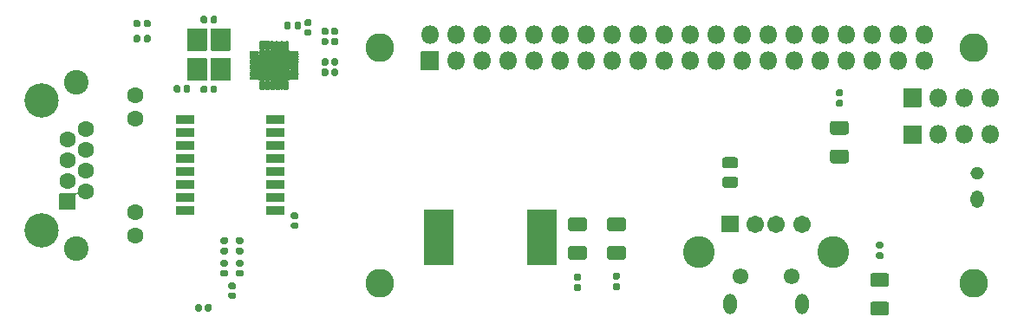
<source format=gts>
G04 #@! TF.GenerationSoftware,KiCad,Pcbnew,(5.1.9)-1*
G04 #@! TF.CreationDate,2021-04-20T16:59:57+02:00*
G04 #@! TF.ProjectId,POE_hat_and_USB,504f455f-6861-4745-9f61-6e645f555342,1.0*
G04 #@! TF.SameCoordinates,Original*
G04 #@! TF.FileFunction,Soldermask,Top*
G04 #@! TF.FilePolarity,Negative*
%FSLAX46Y46*%
G04 Gerber Fmt 4.6, Leading zero omitted, Abs format (unit mm)*
G04 Created by KiCad (PCBNEW (5.1.9)-1) date 2021-04-20 16:59:57*
%MOMM*%
%LPD*%
G01*
G04 APERTURE LIST*
%ADD10O,1.802000X1.802000*%
%ADD11C,2.802000*%
%ADD12O,1.302000X1.702000*%
%ADD13O,1.302000X1.302000*%
%ADD14C,1.602000*%
%ADD15C,3.352000*%
%ADD16C,2.402000*%
%ADD17C,3.102000*%
%ADD18C,1.702000*%
%ADD19O,1.302000X2.002000*%
%ADD20C,1.552000*%
%ADD21C,0.100000*%
G04 APERTURE END LIST*
G36*
G01*
X102282000Y-92681000D02*
X104082000Y-92681000D01*
G75*
G02*
X104133000Y-92732000I0J-51000D01*
G01*
X104133000Y-94832000D01*
G75*
G02*
X104082000Y-94883000I-51000J0D01*
G01*
X102282000Y-94883000D01*
G75*
G02*
X102231000Y-94832000I0J51000D01*
G01*
X102231000Y-92732000D01*
G75*
G02*
X102282000Y-92681000I51000J0D01*
G01*
G37*
G36*
G01*
X102282000Y-95581000D02*
X104082000Y-95581000D01*
G75*
G02*
X104133000Y-95632000I0J-51000D01*
G01*
X104133000Y-97732000D01*
G75*
G02*
X104082000Y-97783000I-51000J0D01*
G01*
X102282000Y-97783000D01*
G75*
G02*
X102231000Y-97732000I0J51000D01*
G01*
X102231000Y-95632000D01*
G75*
G02*
X102282000Y-95581000I51000J0D01*
G01*
G37*
G36*
G01*
X104582000Y-95581000D02*
X106382000Y-95581000D01*
G75*
G02*
X106433000Y-95632000I0J-51000D01*
G01*
X106433000Y-97732000D01*
G75*
G02*
X106382000Y-97783000I-51000J0D01*
G01*
X104582000Y-97783000D01*
G75*
G02*
X104531000Y-97732000I0J51000D01*
G01*
X104531000Y-95632000D01*
G75*
G02*
X104582000Y-95581000I51000J0D01*
G01*
G37*
G36*
G01*
X104582000Y-92681000D02*
X106382000Y-92681000D01*
G75*
G02*
X106433000Y-92732000I0J-51000D01*
G01*
X106433000Y-94832000D01*
G75*
G02*
X106382000Y-94883000I-51000J0D01*
G01*
X104582000Y-94883000D01*
G75*
G02*
X104531000Y-94832000I0J51000D01*
G01*
X104531000Y-92732000D01*
G75*
G02*
X104582000Y-92681000I51000J0D01*
G01*
G37*
G36*
G01*
X111701000Y-110133000D02*
X111701000Y-110893000D01*
G75*
G02*
X111650000Y-110944000I-51000J0D01*
G01*
X109950000Y-110944000D01*
G75*
G02*
X109899000Y-110893000I0J51000D01*
G01*
X109899000Y-110133000D01*
G75*
G02*
X109950000Y-110082000I51000J0D01*
G01*
X111650000Y-110082000D01*
G75*
G02*
X111701000Y-110133000I0J-51000D01*
G01*
G37*
G36*
G01*
X111701000Y-108863000D02*
X111701000Y-109623000D01*
G75*
G02*
X111650000Y-109674000I-51000J0D01*
G01*
X109950000Y-109674000D01*
G75*
G02*
X109899000Y-109623000I0J51000D01*
G01*
X109899000Y-108863000D01*
G75*
G02*
X109950000Y-108812000I51000J0D01*
G01*
X111650000Y-108812000D01*
G75*
G02*
X111701000Y-108863000I0J-51000D01*
G01*
G37*
G36*
G01*
X111701000Y-107593000D02*
X111701000Y-108353000D01*
G75*
G02*
X111650000Y-108404000I-51000J0D01*
G01*
X109950000Y-108404000D01*
G75*
G02*
X109899000Y-108353000I0J51000D01*
G01*
X109899000Y-107593000D01*
G75*
G02*
X109950000Y-107542000I51000J0D01*
G01*
X111650000Y-107542000D01*
G75*
G02*
X111701000Y-107593000I0J-51000D01*
G01*
G37*
G36*
G01*
X111701000Y-106323000D02*
X111701000Y-107083000D01*
G75*
G02*
X111650000Y-107134000I-51000J0D01*
G01*
X109950000Y-107134000D01*
G75*
G02*
X109899000Y-107083000I0J51000D01*
G01*
X109899000Y-106323000D01*
G75*
G02*
X109950000Y-106272000I51000J0D01*
G01*
X111650000Y-106272000D01*
G75*
G02*
X111701000Y-106323000I0J-51000D01*
G01*
G37*
G36*
G01*
X111701000Y-102513000D02*
X111701000Y-103273000D01*
G75*
G02*
X111650000Y-103324000I-51000J0D01*
G01*
X109950000Y-103324000D01*
G75*
G02*
X109899000Y-103273000I0J51000D01*
G01*
X109899000Y-102513000D01*
G75*
G02*
X109950000Y-102462000I51000J0D01*
G01*
X111650000Y-102462000D01*
G75*
G02*
X111701000Y-102513000I0J-51000D01*
G01*
G37*
G36*
G01*
X111701000Y-105053000D02*
X111701000Y-105813000D01*
G75*
G02*
X111650000Y-105864000I-51000J0D01*
G01*
X109950000Y-105864000D01*
G75*
G02*
X109899000Y-105813000I0J51000D01*
G01*
X109899000Y-105053000D01*
G75*
G02*
X109950000Y-105002000I51000J0D01*
G01*
X111650000Y-105002000D01*
G75*
G02*
X111701000Y-105053000I0J-51000D01*
G01*
G37*
G36*
G01*
X111701000Y-103783000D02*
X111701000Y-104543000D01*
G75*
G02*
X111650000Y-104594000I-51000J0D01*
G01*
X109950000Y-104594000D01*
G75*
G02*
X109899000Y-104543000I0J51000D01*
G01*
X109899000Y-103783000D01*
G75*
G02*
X109950000Y-103732000I51000J0D01*
G01*
X111650000Y-103732000D01*
G75*
G02*
X111701000Y-103783000I0J-51000D01*
G01*
G37*
G36*
G01*
X111701000Y-101243000D02*
X111701000Y-102003000D01*
G75*
G02*
X111650000Y-102054000I-51000J0D01*
G01*
X109950000Y-102054000D01*
G75*
G02*
X109899000Y-102003000I0J51000D01*
G01*
X109899000Y-101243000D01*
G75*
G02*
X109950000Y-101192000I51000J0D01*
G01*
X111650000Y-101192000D01*
G75*
G02*
X111701000Y-101243000I0J-51000D01*
G01*
G37*
G36*
G01*
X102901000Y-107593000D02*
X102901000Y-108353000D01*
G75*
G02*
X102850000Y-108404000I-51000J0D01*
G01*
X101150000Y-108404000D01*
G75*
G02*
X101099000Y-108353000I0J51000D01*
G01*
X101099000Y-107593000D01*
G75*
G02*
X101150000Y-107542000I51000J0D01*
G01*
X102850000Y-107542000D01*
G75*
G02*
X102901000Y-107593000I0J-51000D01*
G01*
G37*
G36*
G01*
X102901000Y-103783000D02*
X102901000Y-104543000D01*
G75*
G02*
X102850000Y-104594000I-51000J0D01*
G01*
X101150000Y-104594000D01*
G75*
G02*
X101099000Y-104543000I0J51000D01*
G01*
X101099000Y-103783000D01*
G75*
G02*
X101150000Y-103732000I51000J0D01*
G01*
X102850000Y-103732000D01*
G75*
G02*
X102901000Y-103783000I0J-51000D01*
G01*
G37*
G36*
G01*
X102901000Y-101243000D02*
X102901000Y-102003000D01*
G75*
G02*
X102850000Y-102054000I-51000J0D01*
G01*
X101150000Y-102054000D01*
G75*
G02*
X101099000Y-102003000I0J51000D01*
G01*
X101099000Y-101243000D01*
G75*
G02*
X101150000Y-101192000I51000J0D01*
G01*
X102850000Y-101192000D01*
G75*
G02*
X102901000Y-101243000I0J-51000D01*
G01*
G37*
G36*
G01*
X102901000Y-108863000D02*
X102901000Y-109623000D01*
G75*
G02*
X102850000Y-109674000I-51000J0D01*
G01*
X101150000Y-109674000D01*
G75*
G02*
X101099000Y-109623000I0J51000D01*
G01*
X101099000Y-108863000D01*
G75*
G02*
X101150000Y-108812000I51000J0D01*
G01*
X102850000Y-108812000D01*
G75*
G02*
X102901000Y-108863000I0J-51000D01*
G01*
G37*
G36*
G01*
X102901000Y-102513000D02*
X102901000Y-103273000D01*
G75*
G02*
X102850000Y-103324000I-51000J0D01*
G01*
X101150000Y-103324000D01*
G75*
G02*
X101099000Y-103273000I0J51000D01*
G01*
X101099000Y-102513000D01*
G75*
G02*
X101150000Y-102462000I51000J0D01*
G01*
X102850000Y-102462000D01*
G75*
G02*
X102901000Y-102513000I0J-51000D01*
G01*
G37*
G36*
G01*
X102901000Y-106323000D02*
X102901000Y-107083000D01*
G75*
G02*
X102850000Y-107134000I-51000J0D01*
G01*
X101150000Y-107134000D01*
G75*
G02*
X101099000Y-107083000I0J51000D01*
G01*
X101099000Y-106323000D01*
G75*
G02*
X101150000Y-106272000I51000J0D01*
G01*
X102850000Y-106272000D01*
G75*
G02*
X102901000Y-106323000I0J-51000D01*
G01*
G37*
G36*
G01*
X102901000Y-110133000D02*
X102901000Y-110893000D01*
G75*
G02*
X102850000Y-110944000I-51000J0D01*
G01*
X101150000Y-110944000D01*
G75*
G02*
X101099000Y-110893000I0J51000D01*
G01*
X101099000Y-110133000D01*
G75*
G02*
X101150000Y-110082000I51000J0D01*
G01*
X102850000Y-110082000D01*
G75*
G02*
X102901000Y-110133000I0J-51000D01*
G01*
G37*
G36*
G01*
X102901000Y-105053000D02*
X102901000Y-105813000D01*
G75*
G02*
X102850000Y-105864000I-51000J0D01*
G01*
X101150000Y-105864000D01*
G75*
G02*
X101099000Y-105813000I0J51000D01*
G01*
X101099000Y-105053000D01*
G75*
G02*
X101150000Y-105002000I51000J0D01*
G01*
X102850000Y-105002000D01*
G75*
G02*
X102901000Y-105053000I0J-51000D01*
G01*
G37*
G36*
G01*
X143921500Y-116569000D02*
X144342500Y-116569000D01*
G75*
G02*
X144503000Y-116729500I0J-160500D01*
G01*
X144503000Y-117050500D01*
G75*
G02*
X144342500Y-117211000I-160500J0D01*
G01*
X143921500Y-117211000D01*
G75*
G02*
X143761000Y-117050500I0J160500D01*
G01*
X143761000Y-116729500D01*
G75*
G02*
X143921500Y-116569000I160500J0D01*
G01*
G37*
G36*
G01*
X143921500Y-117589000D02*
X144342500Y-117589000D01*
G75*
G02*
X144503000Y-117749500I0J-160500D01*
G01*
X144503000Y-118070500D01*
G75*
G02*
X144342500Y-118231000I-160500J0D01*
G01*
X143921500Y-118231000D01*
G75*
G02*
X143761000Y-118070500I0J160500D01*
G01*
X143761000Y-117749500D01*
G75*
G02*
X143921500Y-117589000I160500J0D01*
G01*
G37*
G36*
G01*
X125052000Y-94937000D02*
X126752000Y-94937000D01*
G75*
G02*
X126803000Y-94988000I0J-51000D01*
G01*
X126803000Y-96688000D01*
G75*
G02*
X126752000Y-96739000I-51000J0D01*
G01*
X125052000Y-96739000D01*
G75*
G02*
X125001000Y-96688000I0J51000D01*
G01*
X125001000Y-94988000D01*
G75*
G02*
X125052000Y-94937000I51000J0D01*
G01*
G37*
D10*
X125902000Y-93298000D03*
X128442000Y-95838000D03*
X128442000Y-93298000D03*
X130982000Y-95838000D03*
X130982000Y-93298000D03*
X133522000Y-95838000D03*
X133522000Y-93298000D03*
X136062000Y-95838000D03*
X136062000Y-93298000D03*
X138602000Y-95838000D03*
X138602000Y-93298000D03*
X141142000Y-95838000D03*
X141142000Y-93298000D03*
X143682000Y-95838000D03*
X143682000Y-93298000D03*
X146222000Y-95838000D03*
X146222000Y-93298000D03*
X148762000Y-95838000D03*
X148762000Y-93298000D03*
X151302000Y-95838000D03*
X151302000Y-93298000D03*
X153842000Y-95838000D03*
X153842000Y-93298000D03*
X156382000Y-95838000D03*
X156382000Y-93298000D03*
X158922000Y-95838000D03*
X158922000Y-93298000D03*
X161462000Y-95838000D03*
X161462000Y-93298000D03*
X164002000Y-95838000D03*
X164002000Y-93298000D03*
X166542000Y-95838000D03*
X166542000Y-93298000D03*
X169082000Y-95838000D03*
X169082000Y-93298000D03*
X171622000Y-95838000D03*
X171622000Y-93298000D03*
X174162000Y-95838000D03*
X174162000Y-93298000D03*
D11*
X121032000Y-94568000D03*
X179032000Y-94568000D03*
X179032000Y-117568000D03*
X121032000Y-117568000D03*
G36*
G01*
X155732500Y-108269000D02*
X154731500Y-108269000D01*
G75*
G02*
X154456000Y-107993500I0J275500D01*
G01*
X154456000Y-107442500D01*
G75*
G02*
X154731500Y-107167000I275500J0D01*
G01*
X155732500Y-107167000D01*
G75*
G02*
X156008000Y-107442500I0J-275500D01*
G01*
X156008000Y-107993500D01*
G75*
G02*
X155732500Y-108269000I-275500J0D01*
G01*
G37*
G36*
G01*
X155732500Y-106369000D02*
X154731500Y-106369000D01*
G75*
G02*
X154456000Y-106093500I0J275500D01*
G01*
X154456000Y-105542500D01*
G75*
G02*
X154731500Y-105267000I275500J0D01*
G01*
X155732500Y-105267000D01*
G75*
G02*
X156008000Y-105542500I0J-275500D01*
G01*
X156008000Y-106093500D01*
G75*
G02*
X155732500Y-106369000I-275500J0D01*
G01*
G37*
G36*
G01*
X140987600Y-112508000D02*
X139676400Y-112508000D01*
G75*
G02*
X139406000Y-112237600I0J270400D01*
G01*
X139406000Y-111426400D01*
G75*
G02*
X139676400Y-111156000I270400J0D01*
G01*
X140987600Y-111156000D01*
G75*
G02*
X141258000Y-111426400I0J-270400D01*
G01*
X141258000Y-112237600D01*
G75*
G02*
X140987600Y-112508000I-270400J0D01*
G01*
G37*
G36*
G01*
X140987600Y-115308000D02*
X139676400Y-115308000D01*
G75*
G02*
X139406000Y-115037600I0J270400D01*
G01*
X139406000Y-114226400D01*
G75*
G02*
X139676400Y-113956000I270400J0D01*
G01*
X140987600Y-113956000D01*
G75*
G02*
X141258000Y-114226400I0J-270400D01*
G01*
X141258000Y-115037600D01*
G75*
G02*
X140987600Y-115308000I-270400J0D01*
G01*
G37*
G36*
G01*
X144787600Y-115308000D02*
X143476400Y-115308000D01*
G75*
G02*
X143206000Y-115037600I0J270400D01*
G01*
X143206000Y-114226400D01*
G75*
G02*
X143476400Y-113956000I270400J0D01*
G01*
X144787600Y-113956000D01*
G75*
G02*
X145058000Y-114226400I0J-270400D01*
G01*
X145058000Y-115037600D01*
G75*
G02*
X144787600Y-115308000I-270400J0D01*
G01*
G37*
G36*
G01*
X144787600Y-112508000D02*
X143476400Y-112508000D01*
G75*
G02*
X143206000Y-112237600I0J270400D01*
G01*
X143206000Y-111426400D01*
G75*
G02*
X143476400Y-111156000I270400J0D01*
G01*
X144787600Y-111156000D01*
G75*
G02*
X145058000Y-111426400I0J-270400D01*
G01*
X145058000Y-112237600D01*
G75*
G02*
X144787600Y-112508000I-270400J0D01*
G01*
G37*
D12*
X179332000Y-109368000D03*
D13*
X179332000Y-106828000D03*
G36*
G01*
X165244400Y-101724000D02*
X166555600Y-101724000D01*
G75*
G02*
X166826000Y-101994400I0J-270400D01*
G01*
X166826000Y-102805600D01*
G75*
G02*
X166555600Y-103076000I-270400J0D01*
G01*
X165244400Y-103076000D01*
G75*
G02*
X164974000Y-102805600I0J270400D01*
G01*
X164974000Y-101994400D01*
G75*
G02*
X165244400Y-101724000I270400J0D01*
G01*
G37*
G36*
G01*
X165244400Y-104524000D02*
X166555600Y-104524000D01*
G75*
G02*
X166826000Y-104794400I0J-270400D01*
G01*
X166826000Y-105605600D01*
G75*
G02*
X166555600Y-105876000I-270400J0D01*
G01*
X165244400Y-105876000D01*
G75*
G02*
X164974000Y-105605600I0J270400D01*
G01*
X164974000Y-104794400D01*
G75*
G02*
X165244400Y-104524000I270400J0D01*
G01*
G37*
G36*
G01*
X169176400Y-119392000D02*
X170487600Y-119392000D01*
G75*
G02*
X170758000Y-119662400I0J-270400D01*
G01*
X170758000Y-120473600D01*
G75*
G02*
X170487600Y-120744000I-270400J0D01*
G01*
X169176400Y-120744000D01*
G75*
G02*
X168906000Y-120473600I0J270400D01*
G01*
X168906000Y-119662400D01*
G75*
G02*
X169176400Y-119392000I270400J0D01*
G01*
G37*
G36*
G01*
X169176400Y-116592000D02*
X170487600Y-116592000D01*
G75*
G02*
X170758000Y-116862400I0J-270400D01*
G01*
X170758000Y-117673600D01*
G75*
G02*
X170487600Y-117944000I-270400J0D01*
G01*
X169176400Y-117944000D01*
G75*
G02*
X168906000Y-117673600I0J270400D01*
G01*
X168906000Y-116862400D01*
G75*
G02*
X169176400Y-116592000I270400J0D01*
G01*
G37*
G36*
G01*
X91282000Y-110429000D02*
X89782000Y-110429000D01*
G75*
G02*
X89731000Y-110378000I0J51000D01*
G01*
X89731000Y-108878000D01*
G75*
G02*
X89782000Y-108827000I51000J0D01*
G01*
X91282000Y-108827000D01*
G75*
G02*
X91333000Y-108878000I0J-51000D01*
G01*
X91333000Y-110378000D01*
G75*
G02*
X91282000Y-110429000I-51000J0D01*
G01*
G37*
D14*
X90532000Y-107596000D03*
X90532000Y-105564000D03*
X90532000Y-103532000D03*
X92312000Y-108612000D03*
X92312000Y-106580000D03*
X92312000Y-104548000D03*
X92312000Y-102516000D03*
D15*
X87992000Y-112418000D03*
X87992000Y-99718000D03*
D16*
X91422000Y-97938000D03*
X91422000Y-114198000D03*
D14*
X97132000Y-112928000D03*
X97132000Y-110638000D03*
X97132000Y-101498000D03*
X97132000Y-99208000D03*
D10*
X180652000Y-103068000D03*
X178112000Y-103068000D03*
X175572000Y-103068000D03*
G36*
G01*
X173882000Y-103969000D02*
X172182000Y-103969000D01*
G75*
G02*
X172131000Y-103918000I0J51000D01*
G01*
X172131000Y-102218000D01*
G75*
G02*
X172182000Y-102167000I51000J0D01*
G01*
X173882000Y-102167000D01*
G75*
G02*
X173933000Y-102218000I0J-51000D01*
G01*
X173933000Y-103918000D01*
G75*
G02*
X173882000Y-103969000I-51000J0D01*
G01*
G37*
G36*
G01*
X173882000Y-100369000D02*
X172182000Y-100369000D01*
G75*
G02*
X172131000Y-100318000I0J51000D01*
G01*
X172131000Y-98618000D01*
G75*
G02*
X172182000Y-98567000I51000J0D01*
G01*
X173882000Y-98567000D01*
G75*
G02*
X173933000Y-98618000I0J-51000D01*
G01*
X173933000Y-100318000D01*
G75*
G02*
X173882000Y-100369000I-51000J0D01*
G01*
G37*
X175572000Y-99468000D03*
X178112000Y-99468000D03*
X180652000Y-99468000D03*
D17*
X152150000Y-114508000D03*
X165290000Y-114508000D03*
G36*
G01*
X154369000Y-112548000D02*
X154369000Y-111048000D01*
G75*
G02*
X154420000Y-110997000I51000J0D01*
G01*
X156020000Y-110997000D01*
G75*
G02*
X156071000Y-111048000I0J-51000D01*
G01*
X156071000Y-112548000D01*
G75*
G02*
X156020000Y-112599000I-51000J0D01*
G01*
X154420000Y-112599000D01*
G75*
G02*
X154369000Y-112548000I0J51000D01*
G01*
G37*
D18*
X157720000Y-111798000D03*
X159720000Y-111798000D03*
X162220000Y-111798000D03*
D19*
X155220000Y-119616296D03*
X162220000Y-119616296D03*
D20*
X156220000Y-116916296D03*
X161220000Y-116916296D03*
G36*
G01*
X112000000Y-97651000D02*
X109400000Y-97651000D01*
G75*
G02*
X109349000Y-97600000I0J51000D01*
G01*
X109349000Y-95000000D01*
G75*
G02*
X109400000Y-94949000I51000J0D01*
G01*
X112000000Y-94949000D01*
G75*
G02*
X112051000Y-95000000I0J-51000D01*
G01*
X112051000Y-97600000D01*
G75*
G02*
X112000000Y-97651000I-51000J0D01*
G01*
G37*
G36*
G01*
X109138000Y-97726000D02*
X108387000Y-97726000D01*
G75*
G02*
X108299000Y-97638000I0J88000D01*
G01*
X108299000Y-97462000D01*
G75*
G02*
X108387000Y-97374000I88000J0D01*
G01*
X109138000Y-97374000D01*
G75*
G02*
X109226000Y-97462000I0J-88000D01*
G01*
X109226000Y-97638000D01*
G75*
G02*
X109138000Y-97726000I-88000J0D01*
G01*
G37*
G36*
G01*
X109138000Y-97226000D02*
X108387000Y-97226000D01*
G75*
G02*
X108299000Y-97138000I0J88000D01*
G01*
X108299000Y-96962000D01*
G75*
G02*
X108387000Y-96874000I88000J0D01*
G01*
X109138000Y-96874000D01*
G75*
G02*
X109226000Y-96962000I0J-88000D01*
G01*
X109226000Y-97138000D01*
G75*
G02*
X109138000Y-97226000I-88000J0D01*
G01*
G37*
G36*
G01*
X109138000Y-96726000D02*
X108387000Y-96726000D01*
G75*
G02*
X108299000Y-96638000I0J88000D01*
G01*
X108299000Y-96462000D01*
G75*
G02*
X108387000Y-96374000I88000J0D01*
G01*
X109138000Y-96374000D01*
G75*
G02*
X109226000Y-96462000I0J-88000D01*
G01*
X109226000Y-96638000D01*
G75*
G02*
X109138000Y-96726000I-88000J0D01*
G01*
G37*
G36*
G01*
X109138000Y-96226000D02*
X108387000Y-96226000D01*
G75*
G02*
X108299000Y-96138000I0J88000D01*
G01*
X108299000Y-95962000D01*
G75*
G02*
X108387000Y-95874000I88000J0D01*
G01*
X109138000Y-95874000D01*
G75*
G02*
X109226000Y-95962000I0J-88000D01*
G01*
X109226000Y-96138000D01*
G75*
G02*
X109138000Y-96226000I-88000J0D01*
G01*
G37*
G36*
G01*
X109138000Y-95726000D02*
X108387000Y-95726000D01*
G75*
G02*
X108299000Y-95638000I0J88000D01*
G01*
X108299000Y-95462000D01*
G75*
G02*
X108387000Y-95374000I88000J0D01*
G01*
X109138000Y-95374000D01*
G75*
G02*
X109226000Y-95462000I0J-88000D01*
G01*
X109226000Y-95638000D01*
G75*
G02*
X109138000Y-95726000I-88000J0D01*
G01*
G37*
G36*
G01*
X109138000Y-95226000D02*
X108387000Y-95226000D01*
G75*
G02*
X108299000Y-95138000I0J88000D01*
G01*
X108299000Y-94962000D01*
G75*
G02*
X108387000Y-94874000I88000J0D01*
G01*
X109138000Y-94874000D01*
G75*
G02*
X109226000Y-94962000I0J-88000D01*
G01*
X109226000Y-95138000D01*
G75*
G02*
X109138000Y-95226000I-88000J0D01*
G01*
G37*
G36*
G01*
X109538000Y-94826000D02*
X109362000Y-94826000D01*
G75*
G02*
X109274000Y-94738000I0J88000D01*
G01*
X109274000Y-93987000D01*
G75*
G02*
X109362000Y-93899000I88000J0D01*
G01*
X109538000Y-93899000D01*
G75*
G02*
X109626000Y-93987000I0J-88000D01*
G01*
X109626000Y-94738000D01*
G75*
G02*
X109538000Y-94826000I-88000J0D01*
G01*
G37*
G36*
G01*
X110038000Y-94826000D02*
X109862000Y-94826000D01*
G75*
G02*
X109774000Y-94738000I0J88000D01*
G01*
X109774000Y-93987000D01*
G75*
G02*
X109862000Y-93899000I88000J0D01*
G01*
X110038000Y-93899000D01*
G75*
G02*
X110126000Y-93987000I0J-88000D01*
G01*
X110126000Y-94738000D01*
G75*
G02*
X110038000Y-94826000I-88000J0D01*
G01*
G37*
G36*
G01*
X110538000Y-94826000D02*
X110362000Y-94826000D01*
G75*
G02*
X110274000Y-94738000I0J88000D01*
G01*
X110274000Y-93987000D01*
G75*
G02*
X110362000Y-93899000I88000J0D01*
G01*
X110538000Y-93899000D01*
G75*
G02*
X110626000Y-93987000I0J-88000D01*
G01*
X110626000Y-94738000D01*
G75*
G02*
X110538000Y-94826000I-88000J0D01*
G01*
G37*
G36*
G01*
X111038000Y-94826000D02*
X110862000Y-94826000D01*
G75*
G02*
X110774000Y-94738000I0J88000D01*
G01*
X110774000Y-93987000D01*
G75*
G02*
X110862000Y-93899000I88000J0D01*
G01*
X111038000Y-93899000D01*
G75*
G02*
X111126000Y-93987000I0J-88000D01*
G01*
X111126000Y-94738000D01*
G75*
G02*
X111038000Y-94826000I-88000J0D01*
G01*
G37*
G36*
G01*
X111538000Y-94826000D02*
X111362000Y-94826000D01*
G75*
G02*
X111274000Y-94738000I0J88000D01*
G01*
X111274000Y-93987000D01*
G75*
G02*
X111362000Y-93899000I88000J0D01*
G01*
X111538000Y-93899000D01*
G75*
G02*
X111626000Y-93987000I0J-88000D01*
G01*
X111626000Y-94738000D01*
G75*
G02*
X111538000Y-94826000I-88000J0D01*
G01*
G37*
G36*
G01*
X112038000Y-94826000D02*
X111862000Y-94826000D01*
G75*
G02*
X111774000Y-94738000I0J88000D01*
G01*
X111774000Y-93987000D01*
G75*
G02*
X111862000Y-93899000I88000J0D01*
G01*
X112038000Y-93899000D01*
G75*
G02*
X112126000Y-93987000I0J-88000D01*
G01*
X112126000Y-94738000D01*
G75*
G02*
X112038000Y-94826000I-88000J0D01*
G01*
G37*
G36*
G01*
X113013000Y-95226000D02*
X112262000Y-95226000D01*
G75*
G02*
X112174000Y-95138000I0J88000D01*
G01*
X112174000Y-94962000D01*
G75*
G02*
X112262000Y-94874000I88000J0D01*
G01*
X113013000Y-94874000D01*
G75*
G02*
X113101000Y-94962000I0J-88000D01*
G01*
X113101000Y-95138000D01*
G75*
G02*
X113013000Y-95226000I-88000J0D01*
G01*
G37*
G36*
G01*
X113013000Y-95726000D02*
X112262000Y-95726000D01*
G75*
G02*
X112174000Y-95638000I0J88000D01*
G01*
X112174000Y-95462000D01*
G75*
G02*
X112262000Y-95374000I88000J0D01*
G01*
X113013000Y-95374000D01*
G75*
G02*
X113101000Y-95462000I0J-88000D01*
G01*
X113101000Y-95638000D01*
G75*
G02*
X113013000Y-95726000I-88000J0D01*
G01*
G37*
G36*
G01*
X113013000Y-96226000D02*
X112262000Y-96226000D01*
G75*
G02*
X112174000Y-96138000I0J88000D01*
G01*
X112174000Y-95962000D01*
G75*
G02*
X112262000Y-95874000I88000J0D01*
G01*
X113013000Y-95874000D01*
G75*
G02*
X113101000Y-95962000I0J-88000D01*
G01*
X113101000Y-96138000D01*
G75*
G02*
X113013000Y-96226000I-88000J0D01*
G01*
G37*
G36*
G01*
X113013000Y-96726000D02*
X112262000Y-96726000D01*
G75*
G02*
X112174000Y-96638000I0J88000D01*
G01*
X112174000Y-96462000D01*
G75*
G02*
X112262000Y-96374000I88000J0D01*
G01*
X113013000Y-96374000D01*
G75*
G02*
X113101000Y-96462000I0J-88000D01*
G01*
X113101000Y-96638000D01*
G75*
G02*
X113013000Y-96726000I-88000J0D01*
G01*
G37*
G36*
G01*
X113013000Y-97226000D02*
X112262000Y-97226000D01*
G75*
G02*
X112174000Y-97138000I0J88000D01*
G01*
X112174000Y-96962000D01*
G75*
G02*
X112262000Y-96874000I88000J0D01*
G01*
X113013000Y-96874000D01*
G75*
G02*
X113101000Y-96962000I0J-88000D01*
G01*
X113101000Y-97138000D01*
G75*
G02*
X113013000Y-97226000I-88000J0D01*
G01*
G37*
G36*
G01*
X113013000Y-97726000D02*
X112262000Y-97726000D01*
G75*
G02*
X112174000Y-97638000I0J88000D01*
G01*
X112174000Y-97462000D01*
G75*
G02*
X112262000Y-97374000I88000J0D01*
G01*
X113013000Y-97374000D01*
G75*
G02*
X113101000Y-97462000I0J-88000D01*
G01*
X113101000Y-97638000D01*
G75*
G02*
X113013000Y-97726000I-88000J0D01*
G01*
G37*
G36*
G01*
X112038000Y-98701000D02*
X111862000Y-98701000D01*
G75*
G02*
X111774000Y-98613000I0J88000D01*
G01*
X111774000Y-97862000D01*
G75*
G02*
X111862000Y-97774000I88000J0D01*
G01*
X112038000Y-97774000D01*
G75*
G02*
X112126000Y-97862000I0J-88000D01*
G01*
X112126000Y-98613000D01*
G75*
G02*
X112038000Y-98701000I-88000J0D01*
G01*
G37*
G36*
G01*
X111538000Y-98701000D02*
X111362000Y-98701000D01*
G75*
G02*
X111274000Y-98613000I0J88000D01*
G01*
X111274000Y-97862000D01*
G75*
G02*
X111362000Y-97774000I88000J0D01*
G01*
X111538000Y-97774000D01*
G75*
G02*
X111626000Y-97862000I0J-88000D01*
G01*
X111626000Y-98613000D01*
G75*
G02*
X111538000Y-98701000I-88000J0D01*
G01*
G37*
G36*
G01*
X111038000Y-98701000D02*
X110862000Y-98701000D01*
G75*
G02*
X110774000Y-98613000I0J88000D01*
G01*
X110774000Y-97862000D01*
G75*
G02*
X110862000Y-97774000I88000J0D01*
G01*
X111038000Y-97774000D01*
G75*
G02*
X111126000Y-97862000I0J-88000D01*
G01*
X111126000Y-98613000D01*
G75*
G02*
X111038000Y-98701000I-88000J0D01*
G01*
G37*
G36*
G01*
X110538000Y-98701000D02*
X110362000Y-98701000D01*
G75*
G02*
X110274000Y-98613000I0J88000D01*
G01*
X110274000Y-97862000D01*
G75*
G02*
X110362000Y-97774000I88000J0D01*
G01*
X110538000Y-97774000D01*
G75*
G02*
X110626000Y-97862000I0J-88000D01*
G01*
X110626000Y-98613000D01*
G75*
G02*
X110538000Y-98701000I-88000J0D01*
G01*
G37*
G36*
G01*
X110038000Y-98701000D02*
X109862000Y-98701000D01*
G75*
G02*
X109774000Y-98613000I0J88000D01*
G01*
X109774000Y-97862000D01*
G75*
G02*
X109862000Y-97774000I88000J0D01*
G01*
X110038000Y-97774000D01*
G75*
G02*
X110126000Y-97862000I0J-88000D01*
G01*
X110126000Y-98613000D01*
G75*
G02*
X110038000Y-98701000I-88000J0D01*
G01*
G37*
G36*
G01*
X109538000Y-98701000D02*
X109362000Y-98701000D01*
G75*
G02*
X109274000Y-98613000I0J88000D01*
G01*
X109274000Y-97862000D01*
G75*
G02*
X109362000Y-97774000I88000J0D01*
G01*
X109538000Y-97774000D01*
G75*
G02*
X109626000Y-97862000I0J-88000D01*
G01*
X109626000Y-98613000D01*
G75*
G02*
X109538000Y-98701000I-88000J0D01*
G01*
G37*
G36*
G01*
X105636500Y-115321000D02*
X106027500Y-115321000D01*
G75*
G02*
X106193000Y-115486500I0J-165500D01*
G01*
X106193000Y-115817500D01*
G75*
G02*
X106027500Y-115983000I-165500J0D01*
G01*
X105636500Y-115983000D01*
G75*
G02*
X105471000Y-115817500I0J165500D01*
G01*
X105471000Y-115486500D01*
G75*
G02*
X105636500Y-115321000I165500J0D01*
G01*
G37*
G36*
G01*
X105636500Y-116281000D02*
X106027500Y-116281000D01*
G75*
G02*
X106193000Y-116446500I0J-165500D01*
G01*
X106193000Y-116777500D01*
G75*
G02*
X106027500Y-116943000I-165500J0D01*
G01*
X105636500Y-116943000D01*
G75*
G02*
X105471000Y-116777500I0J165500D01*
G01*
X105471000Y-116446500D01*
G75*
G02*
X105636500Y-116281000I165500J0D01*
G01*
G37*
G36*
G01*
X106404500Y-118481000D02*
X106795500Y-118481000D01*
G75*
G02*
X106961000Y-118646500I0J-165500D01*
G01*
X106961000Y-118977500D01*
G75*
G02*
X106795500Y-119143000I-165500J0D01*
G01*
X106404500Y-119143000D01*
G75*
G02*
X106239000Y-118977500I0J165500D01*
G01*
X106239000Y-118646500D01*
G75*
G02*
X106404500Y-118481000I165500J0D01*
G01*
G37*
G36*
G01*
X106404500Y-117521000D02*
X106795500Y-117521000D01*
G75*
G02*
X106961000Y-117686500I0J-165500D01*
G01*
X106961000Y-118017500D01*
G75*
G02*
X106795500Y-118183000I-165500J0D01*
G01*
X106404500Y-118183000D01*
G75*
G02*
X106239000Y-118017500I0J165500D01*
G01*
X106239000Y-117686500D01*
G75*
G02*
X106404500Y-117521000I165500J0D01*
G01*
G37*
G36*
G01*
X107136500Y-116281000D02*
X107527500Y-116281000D01*
G75*
G02*
X107693000Y-116446500I0J-165500D01*
G01*
X107693000Y-116777500D01*
G75*
G02*
X107527500Y-116943000I-165500J0D01*
G01*
X107136500Y-116943000D01*
G75*
G02*
X106971000Y-116777500I0J165500D01*
G01*
X106971000Y-116446500D01*
G75*
G02*
X107136500Y-116281000I165500J0D01*
G01*
G37*
G36*
G01*
X107136500Y-115321000D02*
X107527500Y-115321000D01*
G75*
G02*
X107693000Y-115486500I0J-165500D01*
G01*
X107693000Y-115817500D01*
G75*
G02*
X107527500Y-115983000I-165500J0D01*
G01*
X107136500Y-115983000D01*
G75*
G02*
X106971000Y-115817500I0J165500D01*
G01*
X106971000Y-115486500D01*
G75*
G02*
X107136500Y-115321000I165500J0D01*
G01*
G37*
G36*
G01*
X103949000Y-120195500D02*
X103949000Y-119804500D01*
G75*
G02*
X104114500Y-119639000I165500J0D01*
G01*
X104445500Y-119639000D01*
G75*
G02*
X104611000Y-119804500I0J-165500D01*
G01*
X104611000Y-120195500D01*
G75*
G02*
X104445500Y-120361000I-165500J0D01*
G01*
X104114500Y-120361000D01*
G75*
G02*
X103949000Y-120195500I0J165500D01*
G01*
G37*
G36*
G01*
X102989000Y-120195500D02*
X102989000Y-119804500D01*
G75*
G02*
X103154500Y-119639000I165500J0D01*
G01*
X103485500Y-119639000D01*
G75*
G02*
X103651000Y-119804500I0J-165500D01*
G01*
X103651000Y-120195500D01*
G75*
G02*
X103485500Y-120361000I-165500J0D01*
G01*
X103154500Y-120361000D01*
G75*
G02*
X102989000Y-120195500I0J165500D01*
G01*
G37*
G36*
G01*
X112504500Y-110669000D02*
X112895500Y-110669000D01*
G75*
G02*
X113061000Y-110834500I0J-165500D01*
G01*
X113061000Y-111165500D01*
G75*
G02*
X112895500Y-111331000I-165500J0D01*
G01*
X112504500Y-111331000D01*
G75*
G02*
X112339000Y-111165500I0J165500D01*
G01*
X112339000Y-110834500D01*
G75*
G02*
X112504500Y-110669000I165500J0D01*
G01*
G37*
G36*
G01*
X112504500Y-111629000D02*
X112895500Y-111629000D01*
G75*
G02*
X113061000Y-111794500I0J-165500D01*
G01*
X113061000Y-112125500D01*
G75*
G02*
X112895500Y-112291000I-165500J0D01*
G01*
X112504500Y-112291000D01*
G75*
G02*
X112339000Y-112125500I0J165500D01*
G01*
X112339000Y-111794500D01*
G75*
G02*
X112504500Y-111629000I165500J0D01*
G01*
G37*
G36*
G01*
X101849000Y-98795500D02*
X101849000Y-98404500D01*
G75*
G02*
X102014500Y-98239000I165500J0D01*
G01*
X102345500Y-98239000D01*
G75*
G02*
X102511000Y-98404500I0J-165500D01*
G01*
X102511000Y-98795500D01*
G75*
G02*
X102345500Y-98961000I-165500J0D01*
G01*
X102014500Y-98961000D01*
G75*
G02*
X101849000Y-98795500I0J165500D01*
G01*
G37*
G36*
G01*
X100889000Y-98795500D02*
X100889000Y-98404500D01*
G75*
G02*
X101054500Y-98239000I165500J0D01*
G01*
X101385500Y-98239000D01*
G75*
G02*
X101551000Y-98404500I0J-165500D01*
G01*
X101551000Y-98795500D01*
G75*
G02*
X101385500Y-98961000I-165500J0D01*
G01*
X101054500Y-98961000D01*
G75*
G02*
X100889000Y-98795500I0J165500D01*
G01*
G37*
G36*
G01*
X115321000Y-96163500D02*
X115321000Y-95772500D01*
G75*
G02*
X115486500Y-95607000I165500J0D01*
G01*
X115817500Y-95607000D01*
G75*
G02*
X115983000Y-95772500I0J-165500D01*
G01*
X115983000Y-96163500D01*
G75*
G02*
X115817500Y-96329000I-165500J0D01*
G01*
X115486500Y-96329000D01*
G75*
G02*
X115321000Y-96163500I0J165500D01*
G01*
G37*
G36*
G01*
X116281000Y-96163500D02*
X116281000Y-95772500D01*
G75*
G02*
X116446500Y-95607000I165500J0D01*
G01*
X116777500Y-95607000D01*
G75*
G02*
X116943000Y-95772500I0J-165500D01*
G01*
X116943000Y-96163500D01*
G75*
G02*
X116777500Y-96329000I-165500J0D01*
G01*
X116446500Y-96329000D01*
G75*
G02*
X116281000Y-96163500I0J165500D01*
G01*
G37*
G36*
G01*
X115321000Y-97163500D02*
X115321000Y-96772500D01*
G75*
G02*
X115486500Y-96607000I165500J0D01*
G01*
X115817500Y-96607000D01*
G75*
G02*
X115983000Y-96772500I0J-165500D01*
G01*
X115983000Y-97163500D01*
G75*
G02*
X115817500Y-97329000I-165500J0D01*
G01*
X115486500Y-97329000D01*
G75*
G02*
X115321000Y-97163500I0J165500D01*
G01*
G37*
G36*
G01*
X116281000Y-97163500D02*
X116281000Y-96772500D01*
G75*
G02*
X116446500Y-96607000I165500J0D01*
G01*
X116777500Y-96607000D01*
G75*
G02*
X116943000Y-96772500I0J-165500D01*
G01*
X116943000Y-97163500D01*
G75*
G02*
X116777500Y-97329000I-165500J0D01*
G01*
X116446500Y-97329000D01*
G75*
G02*
X116281000Y-97163500I0J165500D01*
G01*
G37*
G36*
G01*
X114195500Y-92451000D02*
X113804500Y-92451000D01*
G75*
G02*
X113639000Y-92285500I0J165500D01*
G01*
X113639000Y-91954500D01*
G75*
G02*
X113804500Y-91789000I165500J0D01*
G01*
X114195500Y-91789000D01*
G75*
G02*
X114361000Y-91954500I0J-165500D01*
G01*
X114361000Y-92285500D01*
G75*
G02*
X114195500Y-92451000I-165500J0D01*
G01*
G37*
G36*
G01*
X114195500Y-93411000D02*
X113804500Y-93411000D01*
G75*
G02*
X113639000Y-93245500I0J165500D01*
G01*
X113639000Y-92914500D01*
G75*
G02*
X113804500Y-92749000I165500J0D01*
G01*
X114195500Y-92749000D01*
G75*
G02*
X114361000Y-92914500I0J-165500D01*
G01*
X114361000Y-93245500D01*
G75*
G02*
X114195500Y-93411000I-165500J0D01*
G01*
G37*
G36*
G01*
X115321000Y-94167500D02*
X115321000Y-93776500D01*
G75*
G02*
X115486500Y-93611000I165500J0D01*
G01*
X115817500Y-93611000D01*
G75*
G02*
X115983000Y-93776500I0J-165500D01*
G01*
X115983000Y-94167500D01*
G75*
G02*
X115817500Y-94333000I-165500J0D01*
G01*
X115486500Y-94333000D01*
G75*
G02*
X115321000Y-94167500I0J165500D01*
G01*
G37*
G36*
G01*
X116281000Y-94167500D02*
X116281000Y-93776500D01*
G75*
G02*
X116446500Y-93611000I165500J0D01*
G01*
X116777500Y-93611000D01*
G75*
G02*
X116943000Y-93776500I0J-165500D01*
G01*
X116943000Y-94167500D01*
G75*
G02*
X116777500Y-94333000I-165500J0D01*
G01*
X116446500Y-94333000D01*
G75*
G02*
X116281000Y-94167500I0J165500D01*
G01*
G37*
G36*
G01*
X115321000Y-93167500D02*
X115321000Y-92776500D01*
G75*
G02*
X115486500Y-92611000I165500J0D01*
G01*
X115817500Y-92611000D01*
G75*
G02*
X115983000Y-92776500I0J-165500D01*
G01*
X115983000Y-93167500D01*
G75*
G02*
X115817500Y-93333000I-165500J0D01*
G01*
X115486500Y-93333000D01*
G75*
G02*
X115321000Y-93167500I0J165500D01*
G01*
G37*
G36*
G01*
X116281000Y-93167500D02*
X116281000Y-92776500D01*
G75*
G02*
X116446500Y-92611000I165500J0D01*
G01*
X116777500Y-92611000D01*
G75*
G02*
X116943000Y-92776500I0J-165500D01*
G01*
X116943000Y-93167500D01*
G75*
G02*
X116777500Y-93333000I-165500J0D01*
G01*
X116446500Y-93333000D01*
G75*
G02*
X116281000Y-93167500I0J165500D01*
G01*
G37*
G36*
G01*
X104481000Y-92027500D02*
X104481000Y-91636500D01*
G75*
G02*
X104646500Y-91471000I165500J0D01*
G01*
X104977500Y-91471000D01*
G75*
G02*
X105143000Y-91636500I0J-165500D01*
G01*
X105143000Y-92027500D01*
G75*
G02*
X104977500Y-92193000I-165500J0D01*
G01*
X104646500Y-92193000D01*
G75*
G02*
X104481000Y-92027500I0J165500D01*
G01*
G37*
G36*
G01*
X103521000Y-92027500D02*
X103521000Y-91636500D01*
G75*
G02*
X103686500Y-91471000I165500J0D01*
G01*
X104017500Y-91471000D01*
G75*
G02*
X104183000Y-91636500I0J-165500D01*
G01*
X104183000Y-92027500D01*
G75*
G02*
X104017500Y-92193000I-165500J0D01*
G01*
X103686500Y-92193000D01*
G75*
G02*
X103521000Y-92027500I0J165500D01*
G01*
G37*
G36*
G01*
X104183000Y-98436500D02*
X104183000Y-98827500D01*
G75*
G02*
X104017500Y-98993000I-165500J0D01*
G01*
X103686500Y-98993000D01*
G75*
G02*
X103521000Y-98827500I0J165500D01*
G01*
X103521000Y-98436500D01*
G75*
G02*
X103686500Y-98271000I165500J0D01*
G01*
X104017500Y-98271000D01*
G75*
G02*
X104183000Y-98436500I0J-165500D01*
G01*
G37*
G36*
G01*
X105143000Y-98436500D02*
X105143000Y-98827500D01*
G75*
G02*
X104977500Y-98993000I-165500J0D01*
G01*
X104646500Y-98993000D01*
G75*
G02*
X104481000Y-98827500I0J165500D01*
G01*
X104481000Y-98436500D01*
G75*
G02*
X104646500Y-98271000I165500J0D01*
G01*
X104977500Y-98271000D01*
G75*
G02*
X105143000Y-98436500I0J-165500D01*
G01*
G37*
G36*
G01*
X98631000Y-91989500D02*
X98631000Y-92410500D01*
G75*
G02*
X98470500Y-92571000I-160500J0D01*
G01*
X98149500Y-92571000D01*
G75*
G02*
X97989000Y-92410500I0J160500D01*
G01*
X97989000Y-91989500D01*
G75*
G02*
X98149500Y-91829000I160500J0D01*
G01*
X98470500Y-91829000D01*
G75*
G02*
X98631000Y-91989500I0J-160500D01*
G01*
G37*
G36*
G01*
X97611000Y-91989500D02*
X97611000Y-92410500D01*
G75*
G02*
X97450500Y-92571000I-160500J0D01*
G01*
X97129500Y-92571000D01*
G75*
G02*
X96969000Y-92410500I0J160500D01*
G01*
X96969000Y-91989500D01*
G75*
G02*
X97129500Y-91829000I160500J0D01*
G01*
X97450500Y-91829000D01*
G75*
G02*
X97611000Y-91989500I0J-160500D01*
G01*
G37*
G36*
G01*
X97611000Y-93489500D02*
X97611000Y-93910500D01*
G75*
G02*
X97450500Y-94071000I-160500J0D01*
G01*
X97129500Y-94071000D01*
G75*
G02*
X96969000Y-93910500I0J160500D01*
G01*
X96969000Y-93489500D01*
G75*
G02*
X97129500Y-93329000I160500J0D01*
G01*
X97450500Y-93329000D01*
G75*
G02*
X97611000Y-93489500I0J-160500D01*
G01*
G37*
G36*
G01*
X98631000Y-93489500D02*
X98631000Y-93910500D01*
G75*
G02*
X98470500Y-94071000I-160500J0D01*
G01*
X98149500Y-94071000D01*
G75*
G02*
X97989000Y-93910500I0J160500D01*
G01*
X97989000Y-93489500D01*
G75*
G02*
X98149500Y-93329000I160500J0D01*
G01*
X98470500Y-93329000D01*
G75*
G02*
X98631000Y-93489500I0J-160500D01*
G01*
G37*
G36*
G01*
X105621500Y-113101000D02*
X106042500Y-113101000D01*
G75*
G02*
X106203000Y-113261500I0J-160500D01*
G01*
X106203000Y-113582500D01*
G75*
G02*
X106042500Y-113743000I-160500J0D01*
G01*
X105621500Y-113743000D01*
G75*
G02*
X105461000Y-113582500I0J160500D01*
G01*
X105461000Y-113261500D01*
G75*
G02*
X105621500Y-113101000I160500J0D01*
G01*
G37*
G36*
G01*
X105621500Y-114121000D02*
X106042500Y-114121000D01*
G75*
G02*
X106203000Y-114281500I0J-160500D01*
G01*
X106203000Y-114602500D01*
G75*
G02*
X106042500Y-114763000I-160500J0D01*
G01*
X105621500Y-114763000D01*
G75*
G02*
X105461000Y-114602500I0J160500D01*
G01*
X105461000Y-114281500D01*
G75*
G02*
X105621500Y-114121000I160500J0D01*
G01*
G37*
G36*
G01*
X107121500Y-113101000D02*
X107542500Y-113101000D01*
G75*
G02*
X107703000Y-113261500I0J-160500D01*
G01*
X107703000Y-113582500D01*
G75*
G02*
X107542500Y-113743000I-160500J0D01*
G01*
X107121500Y-113743000D01*
G75*
G02*
X106961000Y-113582500I0J160500D01*
G01*
X106961000Y-113261500D01*
G75*
G02*
X107121500Y-113101000I160500J0D01*
G01*
G37*
G36*
G01*
X107121500Y-114121000D02*
X107542500Y-114121000D01*
G75*
G02*
X107703000Y-114281500I0J-160500D01*
G01*
X107703000Y-114602500D01*
G75*
G02*
X107542500Y-114763000I-160500J0D01*
G01*
X107121500Y-114763000D01*
G75*
G02*
X106961000Y-114602500I0J160500D01*
G01*
X106961000Y-114281500D01*
G75*
G02*
X107121500Y-114121000I160500J0D01*
G01*
G37*
G36*
G01*
X140121500Y-116669000D02*
X140542500Y-116669000D01*
G75*
G02*
X140703000Y-116829500I0J-160500D01*
G01*
X140703000Y-117150500D01*
G75*
G02*
X140542500Y-117311000I-160500J0D01*
G01*
X140121500Y-117311000D01*
G75*
G02*
X139961000Y-117150500I0J160500D01*
G01*
X139961000Y-116829500D01*
G75*
G02*
X140121500Y-116669000I160500J0D01*
G01*
G37*
G36*
G01*
X140121500Y-117689000D02*
X140542500Y-117689000D01*
G75*
G02*
X140703000Y-117849500I0J-160500D01*
G01*
X140703000Y-118170500D01*
G75*
G02*
X140542500Y-118331000I-160500J0D01*
G01*
X140121500Y-118331000D01*
G75*
G02*
X139961000Y-118170500I0J160500D01*
G01*
X139961000Y-117849500D01*
G75*
G02*
X140121500Y-117689000I160500J0D01*
G01*
G37*
G36*
G01*
X112311000Y-92189500D02*
X112311000Y-92610500D01*
G75*
G02*
X112150500Y-92771000I-160500J0D01*
G01*
X111829500Y-92771000D01*
G75*
G02*
X111669000Y-92610500I0J160500D01*
G01*
X111669000Y-92189500D01*
G75*
G02*
X111829500Y-92029000I160500J0D01*
G01*
X112150500Y-92029000D01*
G75*
G02*
X112311000Y-92189500I0J-160500D01*
G01*
G37*
G36*
G01*
X113331000Y-92189500D02*
X113331000Y-92610500D01*
G75*
G02*
X113170500Y-92771000I-160500J0D01*
G01*
X112849500Y-92771000D01*
G75*
G02*
X112689000Y-92610500I0J160500D01*
G01*
X112689000Y-92189500D01*
G75*
G02*
X112849500Y-92029000I160500J0D01*
G01*
X113170500Y-92029000D01*
G75*
G02*
X113331000Y-92189500I0J-160500D01*
G01*
G37*
G36*
G01*
X166110500Y-100321000D02*
X165689500Y-100321000D01*
G75*
G02*
X165529000Y-100160500I0J160500D01*
G01*
X165529000Y-99839500D01*
G75*
G02*
X165689500Y-99679000I160500J0D01*
G01*
X166110500Y-99679000D01*
G75*
G02*
X166271000Y-99839500I0J-160500D01*
G01*
X166271000Y-100160500D01*
G75*
G02*
X166110500Y-100321000I-160500J0D01*
G01*
G37*
G36*
G01*
X166110500Y-99301000D02*
X165689500Y-99301000D01*
G75*
G02*
X165529000Y-99140500I0J160500D01*
G01*
X165529000Y-98819500D01*
G75*
G02*
X165689500Y-98659000I160500J0D01*
G01*
X166110500Y-98659000D01*
G75*
G02*
X166271000Y-98819500I0J-160500D01*
G01*
X166271000Y-99140500D01*
G75*
G02*
X166110500Y-99301000I-160500J0D01*
G01*
G37*
G36*
G01*
X170042500Y-114201000D02*
X169621500Y-114201000D01*
G75*
G02*
X169461000Y-114040500I0J160500D01*
G01*
X169461000Y-113719500D01*
G75*
G02*
X169621500Y-113559000I160500J0D01*
G01*
X170042500Y-113559000D01*
G75*
G02*
X170203000Y-113719500I0J-160500D01*
G01*
X170203000Y-114040500D01*
G75*
G02*
X170042500Y-114201000I-160500J0D01*
G01*
G37*
G36*
G01*
X170042500Y-115221000D02*
X169621500Y-115221000D01*
G75*
G02*
X169461000Y-115060500I0J160500D01*
G01*
X169461000Y-114739500D01*
G75*
G02*
X169621500Y-114579000I160500J0D01*
G01*
X170042500Y-114579000D01*
G75*
G02*
X170203000Y-114739500I0J-160500D01*
G01*
X170203000Y-115060500D01*
G75*
G02*
X170042500Y-115221000I-160500J0D01*
G01*
G37*
G36*
G01*
X135399000Y-115750000D02*
X135399000Y-110450000D01*
G75*
G02*
X135450000Y-110399000I51000J0D01*
G01*
X138250000Y-110399000D01*
G75*
G02*
X138301000Y-110450000I0J-51000D01*
G01*
X138301000Y-115750000D01*
G75*
G02*
X138250000Y-115801000I-51000J0D01*
G01*
X135450000Y-115801000D01*
G75*
G02*
X135399000Y-115750000I0J51000D01*
G01*
G37*
G36*
G01*
X125299000Y-115750000D02*
X125299000Y-110450000D01*
G75*
G02*
X125350000Y-110399000I51000J0D01*
G01*
X128150000Y-110399000D01*
G75*
G02*
X128201000Y-110450000I0J-51000D01*
G01*
X128201000Y-115750000D01*
G75*
G02*
X128150000Y-115801000I-51000J0D01*
G01*
X125350000Y-115801000D01*
G75*
G02*
X125299000Y-115750000I0J51000D01*
G01*
G37*
D21*
G36*
X91517421Y-108693148D02*
G01*
X91547415Y-108843936D01*
X91572436Y-108904342D01*
X91572175Y-108906325D01*
X91570327Y-108907090D01*
X91568824Y-108906050D01*
X91560261Y-108890029D01*
X91544966Y-108871392D01*
X91526329Y-108856097D01*
X91505065Y-108844732D01*
X91481990Y-108837732D01*
X91457999Y-108835369D01*
X91434008Y-108837732D01*
X91410933Y-108844732D01*
X91389669Y-108856097D01*
X91371032Y-108871392D01*
X91355737Y-108890029D01*
X91344372Y-108911293D01*
X91337372Y-108934368D01*
X91334990Y-108958555D01*
X91333825Y-108960181D01*
X91331835Y-108959985D01*
X91331000Y-108958359D01*
X91331000Y-108827000D01*
X91332000Y-108825268D01*
X91333000Y-108825000D01*
X91390366Y-108825000D01*
X91414451Y-108822628D01*
X91437526Y-108815628D01*
X91458790Y-108804263D01*
X91477427Y-108788968D01*
X91492722Y-108770331D01*
X91504087Y-108749067D01*
X91511087Y-108725992D01*
X91513459Y-108701907D01*
X91513459Y-108693538D01*
X91514459Y-108691806D01*
X91516459Y-108691806D01*
X91517421Y-108693148D01*
G37*
G36*
X109594555Y-93897010D02*
G01*
X109605551Y-93898093D01*
X109605936Y-93898169D01*
X109610610Y-93899587D01*
X109610972Y-93899737D01*
X109615273Y-93902036D01*
X109615599Y-93902254D01*
X109621896Y-93907421D01*
X109642023Y-93920870D01*
X109664297Y-93930096D01*
X109687948Y-93934800D01*
X109712054Y-93934800D01*
X109735704Y-93930095D01*
X109757978Y-93920869D01*
X109778104Y-93907421D01*
X109784401Y-93902254D01*
X109784727Y-93902036D01*
X109789028Y-93899737D01*
X109789390Y-93899587D01*
X109794064Y-93898169D01*
X109794449Y-93898093D01*
X109805445Y-93897010D01*
X109805641Y-93897000D01*
X109862000Y-93897000D01*
X109863732Y-93898000D01*
X109863732Y-93900000D01*
X109862196Y-93900990D01*
X109845227Y-93902661D01*
X109829093Y-93907556D01*
X109814226Y-93915502D01*
X109801196Y-93926196D01*
X109790502Y-93939226D01*
X109782556Y-93954093D01*
X109777661Y-93970227D01*
X109776000Y-93987094D01*
X109776000Y-94737906D01*
X109777661Y-94754773D01*
X109782556Y-94770907D01*
X109790502Y-94785774D01*
X109801196Y-94798804D01*
X109814226Y-94809498D01*
X109829093Y-94817444D01*
X109845227Y-94822339D01*
X109862094Y-94824000D01*
X110037906Y-94824000D01*
X110054773Y-94822339D01*
X110070907Y-94817444D01*
X110085774Y-94809498D01*
X110098804Y-94798804D01*
X110109498Y-94785774D01*
X110117444Y-94770907D01*
X110122339Y-94754773D01*
X110124000Y-94737906D01*
X110124000Y-93987094D01*
X110122339Y-93970227D01*
X110117444Y-93954093D01*
X110109498Y-93939226D01*
X110098804Y-93926196D01*
X110085774Y-93915502D01*
X110070907Y-93907556D01*
X110054773Y-93902661D01*
X110037804Y-93900990D01*
X110036178Y-93899825D01*
X110036374Y-93897835D01*
X110038000Y-93897000D01*
X110094359Y-93897000D01*
X110094555Y-93897010D01*
X110105551Y-93898093D01*
X110105936Y-93898169D01*
X110110610Y-93899587D01*
X110110972Y-93899737D01*
X110115273Y-93902036D01*
X110115599Y-93902254D01*
X110121896Y-93907421D01*
X110142023Y-93920870D01*
X110164297Y-93930096D01*
X110187948Y-93934800D01*
X110212054Y-93934800D01*
X110235704Y-93930095D01*
X110257978Y-93920869D01*
X110278104Y-93907421D01*
X110284401Y-93902254D01*
X110284727Y-93902036D01*
X110289028Y-93899737D01*
X110289390Y-93899587D01*
X110294064Y-93898169D01*
X110294449Y-93898093D01*
X110305445Y-93897010D01*
X110305641Y-93897000D01*
X110362000Y-93897000D01*
X110363732Y-93898000D01*
X110363732Y-93900000D01*
X110362196Y-93900990D01*
X110345227Y-93902661D01*
X110329093Y-93907556D01*
X110314226Y-93915502D01*
X110301196Y-93926196D01*
X110290502Y-93939226D01*
X110282556Y-93954093D01*
X110277661Y-93970227D01*
X110276000Y-93987094D01*
X110276000Y-94737906D01*
X110277661Y-94754773D01*
X110282556Y-94770907D01*
X110290502Y-94785774D01*
X110301196Y-94798804D01*
X110314226Y-94809498D01*
X110329093Y-94817444D01*
X110345227Y-94822339D01*
X110362094Y-94824000D01*
X110537906Y-94824000D01*
X110554773Y-94822339D01*
X110570907Y-94817444D01*
X110585774Y-94809498D01*
X110598804Y-94798804D01*
X110609498Y-94785774D01*
X110617444Y-94770907D01*
X110622339Y-94754773D01*
X110624000Y-94737906D01*
X110624000Y-93987094D01*
X110622339Y-93970227D01*
X110617444Y-93954093D01*
X110609498Y-93939226D01*
X110598804Y-93926196D01*
X110585774Y-93915502D01*
X110570907Y-93907556D01*
X110554773Y-93902661D01*
X110537804Y-93900990D01*
X110536178Y-93899825D01*
X110536374Y-93897835D01*
X110538000Y-93897000D01*
X110594359Y-93897000D01*
X110594555Y-93897010D01*
X110605551Y-93898093D01*
X110605936Y-93898169D01*
X110610610Y-93899587D01*
X110610972Y-93899737D01*
X110615273Y-93902036D01*
X110615599Y-93902254D01*
X110621896Y-93907421D01*
X110642023Y-93920870D01*
X110664297Y-93930096D01*
X110687948Y-93934800D01*
X110712054Y-93934800D01*
X110735704Y-93930095D01*
X110757978Y-93920869D01*
X110778104Y-93907421D01*
X110784401Y-93902254D01*
X110784727Y-93902036D01*
X110789028Y-93899737D01*
X110789390Y-93899587D01*
X110794064Y-93898169D01*
X110794449Y-93898093D01*
X110805445Y-93897010D01*
X110805641Y-93897000D01*
X110862000Y-93897000D01*
X110863732Y-93898000D01*
X110863732Y-93900000D01*
X110862196Y-93900990D01*
X110845227Y-93902661D01*
X110829093Y-93907556D01*
X110814226Y-93915502D01*
X110801196Y-93926196D01*
X110790502Y-93939226D01*
X110782556Y-93954093D01*
X110777661Y-93970227D01*
X110776000Y-93987094D01*
X110776000Y-94737906D01*
X110777661Y-94754773D01*
X110782556Y-94770907D01*
X110790502Y-94785774D01*
X110801196Y-94798804D01*
X110814226Y-94809498D01*
X110829093Y-94817444D01*
X110845227Y-94822339D01*
X110862094Y-94824000D01*
X111037906Y-94824000D01*
X111054773Y-94822339D01*
X111070907Y-94817444D01*
X111085774Y-94809498D01*
X111098804Y-94798804D01*
X111109498Y-94785774D01*
X111117444Y-94770907D01*
X111122339Y-94754773D01*
X111124000Y-94737906D01*
X111124000Y-93987094D01*
X111122339Y-93970227D01*
X111117444Y-93954093D01*
X111109498Y-93939226D01*
X111098804Y-93926196D01*
X111085774Y-93915502D01*
X111070907Y-93907556D01*
X111054773Y-93902661D01*
X111037804Y-93900990D01*
X111036178Y-93899825D01*
X111036374Y-93897835D01*
X111038000Y-93897000D01*
X111094359Y-93897000D01*
X111094555Y-93897010D01*
X111105551Y-93898093D01*
X111105936Y-93898169D01*
X111110610Y-93899587D01*
X111110972Y-93899737D01*
X111115273Y-93902036D01*
X111115599Y-93902254D01*
X111121896Y-93907421D01*
X111142023Y-93920870D01*
X111164297Y-93930096D01*
X111187948Y-93934800D01*
X111212054Y-93934800D01*
X111235704Y-93930095D01*
X111257978Y-93920869D01*
X111278104Y-93907421D01*
X111284401Y-93902254D01*
X111284727Y-93902036D01*
X111289028Y-93899737D01*
X111289390Y-93899587D01*
X111294064Y-93898169D01*
X111294449Y-93898093D01*
X111305445Y-93897010D01*
X111305641Y-93897000D01*
X111362000Y-93897000D01*
X111363732Y-93898000D01*
X111363732Y-93900000D01*
X111362196Y-93900990D01*
X111345227Y-93902661D01*
X111329093Y-93907556D01*
X111314226Y-93915502D01*
X111301196Y-93926196D01*
X111290502Y-93939226D01*
X111282556Y-93954093D01*
X111277661Y-93970227D01*
X111276000Y-93987094D01*
X111276000Y-94737906D01*
X111277661Y-94754773D01*
X111282556Y-94770907D01*
X111290502Y-94785774D01*
X111301196Y-94798804D01*
X111314226Y-94809498D01*
X111329093Y-94817444D01*
X111345227Y-94822339D01*
X111362094Y-94824000D01*
X111537906Y-94824000D01*
X111554773Y-94822339D01*
X111570907Y-94817444D01*
X111585774Y-94809498D01*
X111598804Y-94798804D01*
X111609498Y-94785774D01*
X111617444Y-94770907D01*
X111622339Y-94754773D01*
X111624000Y-94737906D01*
X111624000Y-93987094D01*
X111622339Y-93970227D01*
X111617444Y-93954093D01*
X111609498Y-93939226D01*
X111598804Y-93926196D01*
X111585774Y-93915502D01*
X111570907Y-93907556D01*
X111554773Y-93902661D01*
X111537804Y-93900990D01*
X111536178Y-93899825D01*
X111536374Y-93897835D01*
X111538000Y-93897000D01*
X111594359Y-93897000D01*
X111594555Y-93897010D01*
X111605551Y-93898093D01*
X111605936Y-93898169D01*
X111610610Y-93899587D01*
X111610972Y-93899737D01*
X111615273Y-93902036D01*
X111615599Y-93902254D01*
X111621896Y-93907421D01*
X111642023Y-93920870D01*
X111664297Y-93930096D01*
X111687948Y-93934800D01*
X111712054Y-93934800D01*
X111735704Y-93930095D01*
X111757978Y-93920869D01*
X111778104Y-93907421D01*
X111784401Y-93902254D01*
X111784727Y-93902036D01*
X111789028Y-93899737D01*
X111789390Y-93899587D01*
X111794064Y-93898169D01*
X111794449Y-93898093D01*
X111805445Y-93897010D01*
X111805641Y-93897000D01*
X111862000Y-93897000D01*
X111863732Y-93898000D01*
X111863732Y-93900000D01*
X111862196Y-93900990D01*
X111845227Y-93902661D01*
X111829093Y-93907556D01*
X111814226Y-93915502D01*
X111801196Y-93926196D01*
X111790502Y-93939226D01*
X111782556Y-93954093D01*
X111777661Y-93970227D01*
X111776000Y-93987094D01*
X111776000Y-94737906D01*
X111777661Y-94754773D01*
X111782556Y-94770907D01*
X111790502Y-94785774D01*
X111801196Y-94798804D01*
X111814226Y-94809498D01*
X111829093Y-94817444D01*
X111845227Y-94822339D01*
X111862094Y-94824000D01*
X112037906Y-94824000D01*
X112054773Y-94822339D01*
X112070907Y-94817444D01*
X112085774Y-94809498D01*
X112098804Y-94798804D01*
X112109498Y-94785774D01*
X112117444Y-94770907D01*
X112122339Y-94754773D01*
X112124010Y-94737804D01*
X112125175Y-94736178D01*
X112127165Y-94736374D01*
X112128000Y-94738000D01*
X112128000Y-94748907D01*
X112130372Y-94772992D01*
X112137372Y-94796067D01*
X112148737Y-94817331D01*
X112164032Y-94835968D01*
X112182669Y-94851263D01*
X112203933Y-94862628D01*
X112227008Y-94869628D01*
X112251093Y-94872000D01*
X112262000Y-94872000D01*
X112263732Y-94873000D01*
X112263732Y-94875000D01*
X112262196Y-94875990D01*
X112245227Y-94877661D01*
X112229093Y-94882556D01*
X112214226Y-94890502D01*
X112201196Y-94901196D01*
X112190502Y-94914226D01*
X112182556Y-94929093D01*
X112177661Y-94945227D01*
X112176000Y-94962094D01*
X112176000Y-95137906D01*
X112177661Y-95154773D01*
X112182556Y-95170907D01*
X112190502Y-95185774D01*
X112201196Y-95198804D01*
X112214226Y-95209498D01*
X112229093Y-95217444D01*
X112245227Y-95222339D01*
X112262094Y-95224000D01*
X113012906Y-95224000D01*
X113029773Y-95222339D01*
X113045907Y-95217444D01*
X113060774Y-95209498D01*
X113073804Y-95198804D01*
X113084498Y-95185774D01*
X113092444Y-95170907D01*
X113097339Y-95154773D01*
X113099010Y-95137804D01*
X113100175Y-95136178D01*
X113102165Y-95136374D01*
X113103000Y-95138000D01*
X113103000Y-95194359D01*
X113102990Y-95194555D01*
X113101907Y-95205551D01*
X113101831Y-95205936D01*
X113100413Y-95210610D01*
X113100263Y-95210972D01*
X113097964Y-95215273D01*
X113097746Y-95215599D01*
X113092579Y-95221896D01*
X113079130Y-95242023D01*
X113069904Y-95264297D01*
X113065200Y-95287948D01*
X113065200Y-95312054D01*
X113069905Y-95335704D01*
X113079131Y-95357978D01*
X113092579Y-95378104D01*
X113097746Y-95384401D01*
X113097964Y-95384727D01*
X113100263Y-95389028D01*
X113100413Y-95389390D01*
X113101831Y-95394064D01*
X113101907Y-95394449D01*
X113102990Y-95405445D01*
X113103000Y-95405641D01*
X113103000Y-95462000D01*
X113102000Y-95463732D01*
X113100000Y-95463732D01*
X113099010Y-95462196D01*
X113097339Y-95445227D01*
X113092444Y-95429093D01*
X113084498Y-95414226D01*
X113073804Y-95401196D01*
X113060774Y-95390502D01*
X113045907Y-95382556D01*
X113029773Y-95377661D01*
X113012906Y-95376000D01*
X112262094Y-95376000D01*
X112245227Y-95377661D01*
X112229093Y-95382556D01*
X112214226Y-95390502D01*
X112201196Y-95401196D01*
X112190502Y-95414226D01*
X112182556Y-95429093D01*
X112177661Y-95445227D01*
X112176000Y-95462094D01*
X112176000Y-95637906D01*
X112177661Y-95654773D01*
X112182556Y-95670907D01*
X112190502Y-95685774D01*
X112201196Y-95698804D01*
X112214226Y-95709498D01*
X112229093Y-95717444D01*
X112245227Y-95722339D01*
X112262094Y-95724000D01*
X113012906Y-95724000D01*
X113029773Y-95722339D01*
X113045907Y-95717444D01*
X113060774Y-95709498D01*
X113073804Y-95698804D01*
X113084498Y-95685774D01*
X113092444Y-95670907D01*
X113097339Y-95654773D01*
X113099010Y-95637804D01*
X113100175Y-95636178D01*
X113102165Y-95636374D01*
X113103000Y-95638000D01*
X113103000Y-95694359D01*
X113102990Y-95694555D01*
X113101907Y-95705551D01*
X113101831Y-95705936D01*
X113100413Y-95710610D01*
X113100263Y-95710972D01*
X113097964Y-95715273D01*
X113097746Y-95715599D01*
X113092579Y-95721896D01*
X113079130Y-95742023D01*
X113069904Y-95764297D01*
X113065200Y-95787948D01*
X113065200Y-95812054D01*
X113069905Y-95835704D01*
X113079131Y-95857978D01*
X113092579Y-95878104D01*
X113097746Y-95884401D01*
X113097964Y-95884727D01*
X113100263Y-95889028D01*
X113100413Y-95889390D01*
X113101831Y-95894064D01*
X113101907Y-95894449D01*
X113102990Y-95905445D01*
X113103000Y-95905641D01*
X113103000Y-95962000D01*
X113102000Y-95963732D01*
X113100000Y-95963732D01*
X113099010Y-95962196D01*
X113097339Y-95945227D01*
X113092444Y-95929093D01*
X113084498Y-95914226D01*
X113073804Y-95901196D01*
X113060774Y-95890502D01*
X113045907Y-95882556D01*
X113029773Y-95877661D01*
X113012906Y-95876000D01*
X112262094Y-95876000D01*
X112245227Y-95877661D01*
X112229093Y-95882556D01*
X112214226Y-95890502D01*
X112201196Y-95901196D01*
X112190502Y-95914226D01*
X112182556Y-95929093D01*
X112177661Y-95945227D01*
X112176000Y-95962094D01*
X112176000Y-96137906D01*
X112177661Y-96154773D01*
X112182556Y-96170907D01*
X112190502Y-96185774D01*
X112201196Y-96198804D01*
X112214226Y-96209498D01*
X112229093Y-96217444D01*
X112245227Y-96222339D01*
X112262094Y-96224000D01*
X113012906Y-96224000D01*
X113029773Y-96222339D01*
X113045907Y-96217444D01*
X113060774Y-96209498D01*
X113073804Y-96198804D01*
X113084498Y-96185774D01*
X113092444Y-96170907D01*
X113097339Y-96154773D01*
X113099010Y-96137804D01*
X113100175Y-96136178D01*
X113102165Y-96136374D01*
X113103000Y-96138000D01*
X113103000Y-96194359D01*
X113102990Y-96194555D01*
X113101907Y-96205551D01*
X113101831Y-96205936D01*
X113100413Y-96210610D01*
X113100263Y-96210972D01*
X113097964Y-96215273D01*
X113097746Y-96215599D01*
X113092579Y-96221896D01*
X113079130Y-96242023D01*
X113069904Y-96264297D01*
X113065200Y-96287948D01*
X113065200Y-96312054D01*
X113069905Y-96335704D01*
X113079131Y-96357978D01*
X113092579Y-96378104D01*
X113097746Y-96384401D01*
X113097964Y-96384727D01*
X113100263Y-96389028D01*
X113100413Y-96389390D01*
X113101831Y-96394064D01*
X113101907Y-96394449D01*
X113102990Y-96405445D01*
X113103000Y-96405641D01*
X113103000Y-96462000D01*
X113102000Y-96463732D01*
X113100000Y-96463732D01*
X113099010Y-96462196D01*
X113097339Y-96445227D01*
X113092444Y-96429093D01*
X113084498Y-96414226D01*
X113073804Y-96401196D01*
X113060774Y-96390502D01*
X113045907Y-96382556D01*
X113029773Y-96377661D01*
X113012906Y-96376000D01*
X112262094Y-96376000D01*
X112245227Y-96377661D01*
X112229093Y-96382556D01*
X112214226Y-96390502D01*
X112201196Y-96401196D01*
X112190502Y-96414226D01*
X112182556Y-96429093D01*
X112177661Y-96445227D01*
X112176000Y-96462094D01*
X112176000Y-96637906D01*
X112177661Y-96654773D01*
X112182556Y-96670907D01*
X112190502Y-96685774D01*
X112201196Y-96698804D01*
X112214226Y-96709498D01*
X112229093Y-96717444D01*
X112245227Y-96722339D01*
X112262094Y-96724000D01*
X113012906Y-96724000D01*
X113029773Y-96722339D01*
X113045907Y-96717444D01*
X113060774Y-96709498D01*
X113073804Y-96698804D01*
X113084498Y-96685774D01*
X113092444Y-96670907D01*
X113097339Y-96654773D01*
X113099010Y-96637804D01*
X113100175Y-96636178D01*
X113102165Y-96636374D01*
X113103000Y-96638000D01*
X113103000Y-96694359D01*
X113102990Y-96694555D01*
X113101907Y-96705551D01*
X113101831Y-96705936D01*
X113100413Y-96710610D01*
X113100263Y-96710972D01*
X113097964Y-96715273D01*
X113097746Y-96715599D01*
X113092579Y-96721896D01*
X113079130Y-96742023D01*
X113069904Y-96764297D01*
X113065200Y-96787948D01*
X113065200Y-96812054D01*
X113069905Y-96835704D01*
X113079131Y-96857978D01*
X113092579Y-96878104D01*
X113097746Y-96884401D01*
X113097964Y-96884727D01*
X113100263Y-96889028D01*
X113100413Y-96889390D01*
X113101831Y-96894064D01*
X113101907Y-96894449D01*
X113102990Y-96905445D01*
X113103000Y-96905641D01*
X113103000Y-96962000D01*
X113102000Y-96963732D01*
X113100000Y-96963732D01*
X113099010Y-96962196D01*
X113097339Y-96945227D01*
X113092444Y-96929093D01*
X113084498Y-96914226D01*
X113073804Y-96901196D01*
X113060774Y-96890502D01*
X113045907Y-96882556D01*
X113029773Y-96877661D01*
X113012906Y-96876000D01*
X112262094Y-96876000D01*
X112245227Y-96877661D01*
X112229093Y-96882556D01*
X112214226Y-96890502D01*
X112201196Y-96901196D01*
X112190502Y-96914226D01*
X112182556Y-96929093D01*
X112177661Y-96945227D01*
X112176000Y-96962094D01*
X112176000Y-97137906D01*
X112177661Y-97154773D01*
X112182556Y-97170907D01*
X112190502Y-97185774D01*
X112201196Y-97198804D01*
X112214226Y-97209498D01*
X112229093Y-97217444D01*
X112245227Y-97222339D01*
X112262094Y-97224000D01*
X113012906Y-97224000D01*
X113029773Y-97222339D01*
X113045907Y-97217444D01*
X113060774Y-97209498D01*
X113073804Y-97198804D01*
X113084498Y-97185774D01*
X113092444Y-97170907D01*
X113097339Y-97154773D01*
X113099010Y-97137804D01*
X113100175Y-97136178D01*
X113102165Y-97136374D01*
X113103000Y-97138000D01*
X113103000Y-97194359D01*
X113102990Y-97194555D01*
X113101907Y-97205551D01*
X113101831Y-97205936D01*
X113100413Y-97210610D01*
X113100263Y-97210972D01*
X113097964Y-97215273D01*
X113097746Y-97215599D01*
X113092579Y-97221896D01*
X113079130Y-97242023D01*
X113069904Y-97264297D01*
X113065200Y-97287948D01*
X113065200Y-97312054D01*
X113069905Y-97335704D01*
X113079131Y-97357978D01*
X113092579Y-97378104D01*
X113097746Y-97384401D01*
X113097964Y-97384727D01*
X113100263Y-97389028D01*
X113100413Y-97389390D01*
X113101831Y-97394064D01*
X113101907Y-97394449D01*
X113102990Y-97405445D01*
X113103000Y-97405641D01*
X113103000Y-97462000D01*
X113102000Y-97463732D01*
X113100000Y-97463732D01*
X113099010Y-97462196D01*
X113097339Y-97445227D01*
X113092444Y-97429093D01*
X113084498Y-97414226D01*
X113073804Y-97401196D01*
X113060774Y-97390502D01*
X113045907Y-97382556D01*
X113029773Y-97377661D01*
X113012906Y-97376000D01*
X112262094Y-97376000D01*
X112245227Y-97377661D01*
X112229093Y-97382556D01*
X112214226Y-97390502D01*
X112201196Y-97401196D01*
X112190502Y-97414226D01*
X112182556Y-97429093D01*
X112177661Y-97445227D01*
X112176000Y-97462094D01*
X112176000Y-97637906D01*
X112177661Y-97654773D01*
X112182556Y-97670907D01*
X112190502Y-97685774D01*
X112201196Y-97698804D01*
X112214226Y-97709498D01*
X112229093Y-97717444D01*
X112245227Y-97722339D01*
X112262196Y-97724010D01*
X112263822Y-97725175D01*
X112263626Y-97727165D01*
X112262000Y-97728000D01*
X112251093Y-97728000D01*
X112227008Y-97730372D01*
X112203933Y-97737372D01*
X112182669Y-97748737D01*
X112164032Y-97764032D01*
X112148737Y-97782669D01*
X112137372Y-97803933D01*
X112130372Y-97827008D01*
X112128000Y-97851093D01*
X112128000Y-97862000D01*
X112127000Y-97863732D01*
X112125000Y-97863732D01*
X112124010Y-97862196D01*
X112122339Y-97845227D01*
X112117444Y-97829093D01*
X112109498Y-97814226D01*
X112098804Y-97801196D01*
X112085774Y-97790502D01*
X112070907Y-97782556D01*
X112054773Y-97777661D01*
X112037906Y-97776000D01*
X111862094Y-97776000D01*
X111845227Y-97777661D01*
X111829093Y-97782556D01*
X111814226Y-97790502D01*
X111801196Y-97801196D01*
X111790502Y-97814226D01*
X111782556Y-97829093D01*
X111777661Y-97845227D01*
X111776000Y-97862094D01*
X111776000Y-98612906D01*
X111777661Y-98629773D01*
X111782556Y-98645907D01*
X111790502Y-98660774D01*
X111801196Y-98673804D01*
X111814226Y-98684498D01*
X111829093Y-98692444D01*
X111845227Y-98697339D01*
X111862196Y-98699010D01*
X111863822Y-98700175D01*
X111863626Y-98702165D01*
X111862000Y-98703000D01*
X111805641Y-98703000D01*
X111805445Y-98702990D01*
X111794449Y-98701907D01*
X111794064Y-98701831D01*
X111789390Y-98700413D01*
X111789028Y-98700263D01*
X111784727Y-98697964D01*
X111784401Y-98697746D01*
X111778104Y-98692579D01*
X111757977Y-98679130D01*
X111735703Y-98669904D01*
X111712052Y-98665200D01*
X111687946Y-98665200D01*
X111664296Y-98669905D01*
X111642022Y-98679131D01*
X111621896Y-98692579D01*
X111615599Y-98697746D01*
X111615273Y-98697964D01*
X111610972Y-98700263D01*
X111610610Y-98700413D01*
X111605936Y-98701831D01*
X111605551Y-98701907D01*
X111594555Y-98702990D01*
X111594359Y-98703000D01*
X111538000Y-98703000D01*
X111536268Y-98702000D01*
X111536268Y-98700000D01*
X111537804Y-98699010D01*
X111554773Y-98697339D01*
X111570907Y-98692444D01*
X111585774Y-98684498D01*
X111598804Y-98673804D01*
X111609498Y-98660774D01*
X111617444Y-98645907D01*
X111622339Y-98629773D01*
X111624000Y-98612906D01*
X111624000Y-97862094D01*
X111622339Y-97845227D01*
X111617444Y-97829093D01*
X111609498Y-97814226D01*
X111598804Y-97801196D01*
X111585774Y-97790502D01*
X111570907Y-97782556D01*
X111554773Y-97777661D01*
X111537906Y-97776000D01*
X111362094Y-97776000D01*
X111345227Y-97777661D01*
X111329093Y-97782556D01*
X111314226Y-97790502D01*
X111301196Y-97801196D01*
X111290502Y-97814226D01*
X111282556Y-97829093D01*
X111277661Y-97845227D01*
X111276000Y-97862094D01*
X111276000Y-98612906D01*
X111277661Y-98629773D01*
X111282556Y-98645907D01*
X111290502Y-98660774D01*
X111301196Y-98673804D01*
X111314226Y-98684498D01*
X111329093Y-98692444D01*
X111345227Y-98697339D01*
X111362196Y-98699010D01*
X111363822Y-98700175D01*
X111363626Y-98702165D01*
X111362000Y-98703000D01*
X111305641Y-98703000D01*
X111305445Y-98702990D01*
X111294449Y-98701907D01*
X111294064Y-98701831D01*
X111289390Y-98700413D01*
X111289028Y-98700263D01*
X111284727Y-98697964D01*
X111284401Y-98697746D01*
X111278104Y-98692579D01*
X111257977Y-98679130D01*
X111235703Y-98669904D01*
X111212052Y-98665200D01*
X111187946Y-98665200D01*
X111164296Y-98669905D01*
X111142022Y-98679131D01*
X111121896Y-98692579D01*
X111115599Y-98697746D01*
X111115273Y-98697964D01*
X111110972Y-98700263D01*
X111110610Y-98700413D01*
X111105936Y-98701831D01*
X111105551Y-98701907D01*
X111094555Y-98702990D01*
X111094359Y-98703000D01*
X111038000Y-98703000D01*
X111036268Y-98702000D01*
X111036268Y-98700000D01*
X111037804Y-98699010D01*
X111054773Y-98697339D01*
X111070907Y-98692444D01*
X111085774Y-98684498D01*
X111098804Y-98673804D01*
X111109498Y-98660774D01*
X111117444Y-98645907D01*
X111122339Y-98629773D01*
X111124000Y-98612906D01*
X111124000Y-97862094D01*
X111122339Y-97845227D01*
X111117444Y-97829093D01*
X111109498Y-97814226D01*
X111098804Y-97801196D01*
X111085774Y-97790502D01*
X111070907Y-97782556D01*
X111054773Y-97777661D01*
X111037906Y-97776000D01*
X110862094Y-97776000D01*
X110845227Y-97777661D01*
X110829093Y-97782556D01*
X110814226Y-97790502D01*
X110801196Y-97801196D01*
X110790502Y-97814226D01*
X110782556Y-97829093D01*
X110777661Y-97845227D01*
X110776000Y-97862094D01*
X110776000Y-98612906D01*
X110777661Y-98629773D01*
X110782556Y-98645907D01*
X110790502Y-98660774D01*
X110801196Y-98673804D01*
X110814226Y-98684498D01*
X110829093Y-98692444D01*
X110845227Y-98697339D01*
X110862196Y-98699010D01*
X110863822Y-98700175D01*
X110863626Y-98702165D01*
X110862000Y-98703000D01*
X110805641Y-98703000D01*
X110805445Y-98702990D01*
X110794449Y-98701907D01*
X110794064Y-98701831D01*
X110789390Y-98700413D01*
X110789028Y-98700263D01*
X110784727Y-98697964D01*
X110784401Y-98697746D01*
X110778104Y-98692579D01*
X110757977Y-98679130D01*
X110735703Y-98669904D01*
X110712052Y-98665200D01*
X110687946Y-98665200D01*
X110664296Y-98669905D01*
X110642022Y-98679131D01*
X110621896Y-98692579D01*
X110615599Y-98697746D01*
X110615273Y-98697964D01*
X110610972Y-98700263D01*
X110610610Y-98700413D01*
X110605936Y-98701831D01*
X110605551Y-98701907D01*
X110594555Y-98702990D01*
X110594359Y-98703000D01*
X110538000Y-98703000D01*
X110536268Y-98702000D01*
X110536268Y-98700000D01*
X110537804Y-98699010D01*
X110554773Y-98697339D01*
X110570907Y-98692444D01*
X110585774Y-98684498D01*
X110598804Y-98673804D01*
X110609498Y-98660774D01*
X110617444Y-98645907D01*
X110622339Y-98629773D01*
X110624000Y-98612906D01*
X110624000Y-97862094D01*
X110622339Y-97845227D01*
X110617444Y-97829093D01*
X110609498Y-97814226D01*
X110598804Y-97801196D01*
X110585774Y-97790502D01*
X110570907Y-97782556D01*
X110554773Y-97777661D01*
X110537906Y-97776000D01*
X110362094Y-97776000D01*
X110345227Y-97777661D01*
X110329093Y-97782556D01*
X110314226Y-97790502D01*
X110301196Y-97801196D01*
X110290502Y-97814226D01*
X110282556Y-97829093D01*
X110277661Y-97845227D01*
X110276000Y-97862094D01*
X110276000Y-98612906D01*
X110277661Y-98629773D01*
X110282556Y-98645907D01*
X110290502Y-98660774D01*
X110301196Y-98673804D01*
X110314226Y-98684498D01*
X110329093Y-98692444D01*
X110345227Y-98697339D01*
X110362196Y-98699010D01*
X110363822Y-98700175D01*
X110363626Y-98702165D01*
X110362000Y-98703000D01*
X110305641Y-98703000D01*
X110305445Y-98702990D01*
X110294449Y-98701907D01*
X110294064Y-98701831D01*
X110289390Y-98700413D01*
X110289028Y-98700263D01*
X110284727Y-98697964D01*
X110284401Y-98697746D01*
X110278104Y-98692579D01*
X110257977Y-98679130D01*
X110235703Y-98669904D01*
X110212052Y-98665200D01*
X110187946Y-98665200D01*
X110164296Y-98669905D01*
X110142022Y-98679131D01*
X110121896Y-98692579D01*
X110115599Y-98697746D01*
X110115273Y-98697964D01*
X110110972Y-98700263D01*
X110110610Y-98700413D01*
X110105936Y-98701831D01*
X110105551Y-98701907D01*
X110094555Y-98702990D01*
X110094359Y-98703000D01*
X110038000Y-98703000D01*
X110036268Y-98702000D01*
X110036268Y-98700000D01*
X110037804Y-98699010D01*
X110054773Y-98697339D01*
X110070907Y-98692444D01*
X110085774Y-98684498D01*
X110098804Y-98673804D01*
X110109498Y-98660774D01*
X110117444Y-98645907D01*
X110122339Y-98629773D01*
X110124000Y-98612906D01*
X110124000Y-97862094D01*
X110122339Y-97845227D01*
X110117444Y-97829093D01*
X110109498Y-97814226D01*
X110098804Y-97801196D01*
X110085774Y-97790502D01*
X110070907Y-97782556D01*
X110054773Y-97777661D01*
X110037906Y-97776000D01*
X109862094Y-97776000D01*
X109845227Y-97777661D01*
X109829093Y-97782556D01*
X109814226Y-97790502D01*
X109801196Y-97801196D01*
X109790502Y-97814226D01*
X109782556Y-97829093D01*
X109777661Y-97845227D01*
X109776000Y-97862094D01*
X109776000Y-98612906D01*
X109777661Y-98629773D01*
X109782556Y-98645907D01*
X109790502Y-98660774D01*
X109801196Y-98673804D01*
X109814226Y-98684498D01*
X109829093Y-98692444D01*
X109845227Y-98697339D01*
X109862196Y-98699010D01*
X109863822Y-98700175D01*
X109863626Y-98702165D01*
X109862000Y-98703000D01*
X109805641Y-98703000D01*
X109805445Y-98702990D01*
X109794449Y-98701907D01*
X109794064Y-98701831D01*
X109789390Y-98700413D01*
X109789028Y-98700263D01*
X109784727Y-98697964D01*
X109784401Y-98697746D01*
X109778104Y-98692579D01*
X109757977Y-98679130D01*
X109735703Y-98669904D01*
X109712052Y-98665200D01*
X109687946Y-98665200D01*
X109664296Y-98669905D01*
X109642022Y-98679131D01*
X109621896Y-98692579D01*
X109615599Y-98697746D01*
X109615273Y-98697964D01*
X109610972Y-98700263D01*
X109610610Y-98700413D01*
X109605936Y-98701831D01*
X109605551Y-98701907D01*
X109594555Y-98702990D01*
X109594359Y-98703000D01*
X109538000Y-98703000D01*
X109536268Y-98702000D01*
X109536268Y-98700000D01*
X109537804Y-98699010D01*
X109554773Y-98697339D01*
X109570907Y-98692444D01*
X109585774Y-98684498D01*
X109598804Y-98673804D01*
X109609498Y-98660774D01*
X109617444Y-98645907D01*
X109622339Y-98629773D01*
X109624000Y-98612906D01*
X109624000Y-97862094D01*
X109622339Y-97845227D01*
X109617444Y-97829093D01*
X109609498Y-97814226D01*
X109598804Y-97801196D01*
X109585774Y-97790502D01*
X109570907Y-97782556D01*
X109554773Y-97777661D01*
X109537906Y-97776000D01*
X109362094Y-97776000D01*
X109345227Y-97777661D01*
X109329093Y-97782556D01*
X109314226Y-97790502D01*
X109301196Y-97801196D01*
X109290502Y-97814226D01*
X109282556Y-97829093D01*
X109277661Y-97845227D01*
X109275990Y-97862196D01*
X109274825Y-97863822D01*
X109272835Y-97863626D01*
X109272000Y-97862000D01*
X109272000Y-97851093D01*
X109269628Y-97827008D01*
X109262628Y-97803933D01*
X109251263Y-97782669D01*
X109235968Y-97764032D01*
X109217331Y-97748737D01*
X109196067Y-97737372D01*
X109172992Y-97730372D01*
X109148907Y-97728000D01*
X109138000Y-97728000D01*
X109136268Y-97727000D01*
X109136268Y-97725000D01*
X109137804Y-97724010D01*
X109154773Y-97722339D01*
X109170907Y-97717444D01*
X109185774Y-97709498D01*
X109198804Y-97698804D01*
X109209498Y-97685774D01*
X109217444Y-97670907D01*
X109222339Y-97654773D01*
X109224000Y-97637906D01*
X109224000Y-97462094D01*
X109222339Y-97445227D01*
X109217444Y-97429093D01*
X109209498Y-97414226D01*
X109198804Y-97401196D01*
X109185774Y-97390502D01*
X109170907Y-97382556D01*
X109154773Y-97377661D01*
X109137906Y-97376000D01*
X108387094Y-97376000D01*
X108370227Y-97377661D01*
X108354093Y-97382556D01*
X108339226Y-97390502D01*
X108326196Y-97401196D01*
X108315502Y-97414226D01*
X108307556Y-97429093D01*
X108302661Y-97445227D01*
X108300990Y-97462196D01*
X108299825Y-97463822D01*
X108297835Y-97463626D01*
X108297000Y-97462000D01*
X108297000Y-97405641D01*
X108297010Y-97405445D01*
X108298093Y-97394449D01*
X108298169Y-97394064D01*
X108299587Y-97389390D01*
X108299737Y-97389028D01*
X108302036Y-97384727D01*
X108302254Y-97384401D01*
X108307421Y-97378104D01*
X108320870Y-97357977D01*
X108330096Y-97335703D01*
X108334800Y-97312052D01*
X108334800Y-97287946D01*
X108330095Y-97264296D01*
X108320869Y-97242022D01*
X108307421Y-97221896D01*
X108302254Y-97215599D01*
X108302036Y-97215273D01*
X108299737Y-97210972D01*
X108299587Y-97210610D01*
X108298169Y-97205936D01*
X108298093Y-97205551D01*
X108297010Y-97194555D01*
X108297000Y-97194359D01*
X108297000Y-97138000D01*
X108298000Y-97136268D01*
X108300000Y-97136268D01*
X108300990Y-97137804D01*
X108302661Y-97154773D01*
X108307556Y-97170907D01*
X108315502Y-97185774D01*
X108326196Y-97198804D01*
X108339226Y-97209498D01*
X108354093Y-97217444D01*
X108370227Y-97222339D01*
X108387094Y-97224000D01*
X109137906Y-97224000D01*
X109154773Y-97222339D01*
X109170907Y-97217444D01*
X109185774Y-97209498D01*
X109198804Y-97198804D01*
X109209498Y-97185774D01*
X109217444Y-97170907D01*
X109222339Y-97154773D01*
X109224000Y-97137906D01*
X109224000Y-96962094D01*
X109222339Y-96945227D01*
X109217444Y-96929093D01*
X109209498Y-96914226D01*
X109198804Y-96901196D01*
X109185774Y-96890502D01*
X109170907Y-96882556D01*
X109154773Y-96877661D01*
X109137906Y-96876000D01*
X108387094Y-96876000D01*
X108370227Y-96877661D01*
X108354093Y-96882556D01*
X108339226Y-96890502D01*
X108326196Y-96901196D01*
X108315502Y-96914226D01*
X108307556Y-96929093D01*
X108302661Y-96945227D01*
X108300990Y-96962196D01*
X108299825Y-96963822D01*
X108297835Y-96963626D01*
X108297000Y-96962000D01*
X108297000Y-96905641D01*
X108297010Y-96905445D01*
X108298093Y-96894449D01*
X108298169Y-96894064D01*
X108299587Y-96889390D01*
X108299737Y-96889028D01*
X108302036Y-96884727D01*
X108302254Y-96884401D01*
X108307421Y-96878104D01*
X108320870Y-96857977D01*
X108330096Y-96835703D01*
X108334800Y-96812052D01*
X108334800Y-96787946D01*
X108330095Y-96764296D01*
X108320869Y-96742022D01*
X108307421Y-96721896D01*
X108302254Y-96715599D01*
X108302036Y-96715273D01*
X108299737Y-96710972D01*
X108299587Y-96710610D01*
X108298169Y-96705936D01*
X108298093Y-96705551D01*
X108297010Y-96694555D01*
X108297000Y-96694359D01*
X108297000Y-96638000D01*
X108298000Y-96636268D01*
X108300000Y-96636268D01*
X108300990Y-96637804D01*
X108302661Y-96654773D01*
X108307556Y-96670907D01*
X108315502Y-96685774D01*
X108326196Y-96698804D01*
X108339226Y-96709498D01*
X108354093Y-96717444D01*
X108370227Y-96722339D01*
X108387094Y-96724000D01*
X109137906Y-96724000D01*
X109154773Y-96722339D01*
X109170907Y-96717444D01*
X109185774Y-96709498D01*
X109198804Y-96698804D01*
X109209498Y-96685774D01*
X109217444Y-96670907D01*
X109222339Y-96654773D01*
X109224000Y-96637906D01*
X109224000Y-96462094D01*
X109222339Y-96445227D01*
X109217444Y-96429093D01*
X109209498Y-96414226D01*
X109198804Y-96401196D01*
X109185774Y-96390502D01*
X109170907Y-96382556D01*
X109154773Y-96377661D01*
X109137906Y-96376000D01*
X108387094Y-96376000D01*
X108370227Y-96377661D01*
X108354093Y-96382556D01*
X108339226Y-96390502D01*
X108326196Y-96401196D01*
X108315502Y-96414226D01*
X108307556Y-96429093D01*
X108302661Y-96445227D01*
X108300990Y-96462196D01*
X108299825Y-96463822D01*
X108297835Y-96463626D01*
X108297000Y-96462000D01*
X108297000Y-96405641D01*
X108297010Y-96405445D01*
X108298093Y-96394449D01*
X108298169Y-96394064D01*
X108299587Y-96389390D01*
X108299737Y-96389028D01*
X108302036Y-96384727D01*
X108302254Y-96384401D01*
X108307421Y-96378104D01*
X108320870Y-96357977D01*
X108330096Y-96335703D01*
X108334800Y-96312052D01*
X108334800Y-96287946D01*
X108330095Y-96264296D01*
X108320869Y-96242022D01*
X108307421Y-96221896D01*
X108302254Y-96215599D01*
X108302036Y-96215273D01*
X108299737Y-96210972D01*
X108299587Y-96210610D01*
X108298169Y-96205936D01*
X108298093Y-96205551D01*
X108297010Y-96194555D01*
X108297000Y-96194359D01*
X108297000Y-96138000D01*
X108298000Y-96136268D01*
X108300000Y-96136268D01*
X108300990Y-96137804D01*
X108302661Y-96154773D01*
X108307556Y-96170907D01*
X108315502Y-96185774D01*
X108326196Y-96198804D01*
X108339226Y-96209498D01*
X108354093Y-96217444D01*
X108370227Y-96222339D01*
X108387094Y-96224000D01*
X109137906Y-96224000D01*
X109154773Y-96222339D01*
X109170907Y-96217444D01*
X109185774Y-96209498D01*
X109198804Y-96198804D01*
X109209498Y-96185774D01*
X109217444Y-96170907D01*
X109222339Y-96154773D01*
X109224000Y-96137906D01*
X109224000Y-95962094D01*
X109222339Y-95945227D01*
X109217444Y-95929093D01*
X109209498Y-95914226D01*
X109198804Y-95901196D01*
X109185774Y-95890502D01*
X109170907Y-95882556D01*
X109154773Y-95877661D01*
X109137906Y-95876000D01*
X108387094Y-95876000D01*
X108370227Y-95877661D01*
X108354093Y-95882556D01*
X108339226Y-95890502D01*
X108326196Y-95901196D01*
X108315502Y-95914226D01*
X108307556Y-95929093D01*
X108302661Y-95945227D01*
X108300990Y-95962196D01*
X108299825Y-95963822D01*
X108297835Y-95963626D01*
X108297000Y-95962000D01*
X108297000Y-95905641D01*
X108297010Y-95905445D01*
X108298093Y-95894449D01*
X108298169Y-95894064D01*
X108299587Y-95889390D01*
X108299737Y-95889028D01*
X108302036Y-95884727D01*
X108302254Y-95884401D01*
X108307421Y-95878104D01*
X108320870Y-95857977D01*
X108330096Y-95835703D01*
X108334800Y-95812052D01*
X108334800Y-95787946D01*
X108330095Y-95764296D01*
X108320869Y-95742022D01*
X108307421Y-95721896D01*
X108302254Y-95715599D01*
X108302036Y-95715273D01*
X108299737Y-95710972D01*
X108299587Y-95710610D01*
X108298169Y-95705936D01*
X108298093Y-95705551D01*
X108297010Y-95694555D01*
X108297000Y-95694359D01*
X108297000Y-95638000D01*
X108298000Y-95636268D01*
X108300000Y-95636268D01*
X108300990Y-95637804D01*
X108302661Y-95654773D01*
X108307556Y-95670907D01*
X108315502Y-95685774D01*
X108326196Y-95698804D01*
X108339226Y-95709498D01*
X108354093Y-95717444D01*
X108370227Y-95722339D01*
X108387094Y-95724000D01*
X109137906Y-95724000D01*
X109154773Y-95722339D01*
X109170907Y-95717444D01*
X109185774Y-95709498D01*
X109198804Y-95698804D01*
X109209498Y-95685774D01*
X109217444Y-95670907D01*
X109222339Y-95654773D01*
X109224000Y-95637906D01*
X109224000Y-95462094D01*
X109222339Y-95445227D01*
X109217444Y-95429093D01*
X109209498Y-95414226D01*
X109198804Y-95401196D01*
X109185774Y-95390502D01*
X109170907Y-95382556D01*
X109154773Y-95377661D01*
X109137906Y-95376000D01*
X108387094Y-95376000D01*
X108370227Y-95377661D01*
X108354093Y-95382556D01*
X108339226Y-95390502D01*
X108326196Y-95401196D01*
X108315502Y-95414226D01*
X108307556Y-95429093D01*
X108302661Y-95445227D01*
X108300990Y-95462196D01*
X108299825Y-95463822D01*
X108297835Y-95463626D01*
X108297000Y-95462000D01*
X108297000Y-95405641D01*
X108297010Y-95405445D01*
X108298093Y-95394449D01*
X108298169Y-95394064D01*
X108299587Y-95389390D01*
X108299737Y-95389028D01*
X108302036Y-95384727D01*
X108302254Y-95384401D01*
X108307421Y-95378104D01*
X108320870Y-95357977D01*
X108330096Y-95335703D01*
X108334800Y-95312052D01*
X108334800Y-95287946D01*
X108330095Y-95264296D01*
X108320869Y-95242022D01*
X108307421Y-95221896D01*
X108302254Y-95215599D01*
X108302036Y-95215273D01*
X108299737Y-95210972D01*
X108299587Y-95210610D01*
X108298169Y-95205936D01*
X108298093Y-95205551D01*
X108297010Y-95194555D01*
X108297000Y-95194359D01*
X108297000Y-95138000D01*
X108298000Y-95136268D01*
X108300000Y-95136268D01*
X108300990Y-95137804D01*
X108302661Y-95154773D01*
X108307556Y-95170907D01*
X108315502Y-95185774D01*
X108326196Y-95198804D01*
X108339226Y-95209498D01*
X108354093Y-95217444D01*
X108370227Y-95222339D01*
X108387094Y-95224000D01*
X109137906Y-95224000D01*
X109154773Y-95222339D01*
X109170907Y-95217444D01*
X109185774Y-95209498D01*
X109198804Y-95198804D01*
X109209498Y-95185774D01*
X109217444Y-95170907D01*
X109222339Y-95154773D01*
X109224000Y-95137906D01*
X109224000Y-94962094D01*
X109222908Y-94951000D01*
X109351000Y-94951000D01*
X109351000Y-97649000D01*
X112049000Y-97649000D01*
X112049000Y-94951000D01*
X109351000Y-94951000D01*
X109222908Y-94951000D01*
X109222339Y-94945227D01*
X109217444Y-94929093D01*
X109209498Y-94914226D01*
X109198804Y-94901196D01*
X109185774Y-94890502D01*
X109170907Y-94882556D01*
X109154773Y-94877661D01*
X109137804Y-94875990D01*
X109136178Y-94874825D01*
X109136374Y-94872835D01*
X109138000Y-94872000D01*
X109148907Y-94872000D01*
X109172992Y-94869628D01*
X109196067Y-94862628D01*
X109217331Y-94851263D01*
X109235968Y-94835968D01*
X109251263Y-94817331D01*
X109262628Y-94796067D01*
X109269628Y-94772992D01*
X109272000Y-94748907D01*
X109272000Y-94738000D01*
X109273000Y-94736268D01*
X109275000Y-94736268D01*
X109275990Y-94737804D01*
X109277661Y-94754773D01*
X109282556Y-94770907D01*
X109290502Y-94785774D01*
X109301196Y-94798804D01*
X109314226Y-94809498D01*
X109329093Y-94817444D01*
X109345227Y-94822339D01*
X109362094Y-94824000D01*
X109537906Y-94824000D01*
X109554773Y-94822339D01*
X109570907Y-94817444D01*
X109585774Y-94809498D01*
X109598804Y-94798804D01*
X109609498Y-94785774D01*
X109617444Y-94770907D01*
X109622339Y-94754773D01*
X109624000Y-94737906D01*
X109624000Y-93987094D01*
X109622339Y-93970227D01*
X109617444Y-93954093D01*
X109609498Y-93939226D01*
X109598804Y-93926196D01*
X109585774Y-93915502D01*
X109570907Y-93907556D01*
X109554773Y-93902661D01*
X109537804Y-93900990D01*
X109536178Y-93899825D01*
X109536374Y-93897835D01*
X109538000Y-93897000D01*
X109594359Y-93897000D01*
X109594555Y-93897010D01*
G37*
M02*

</source>
